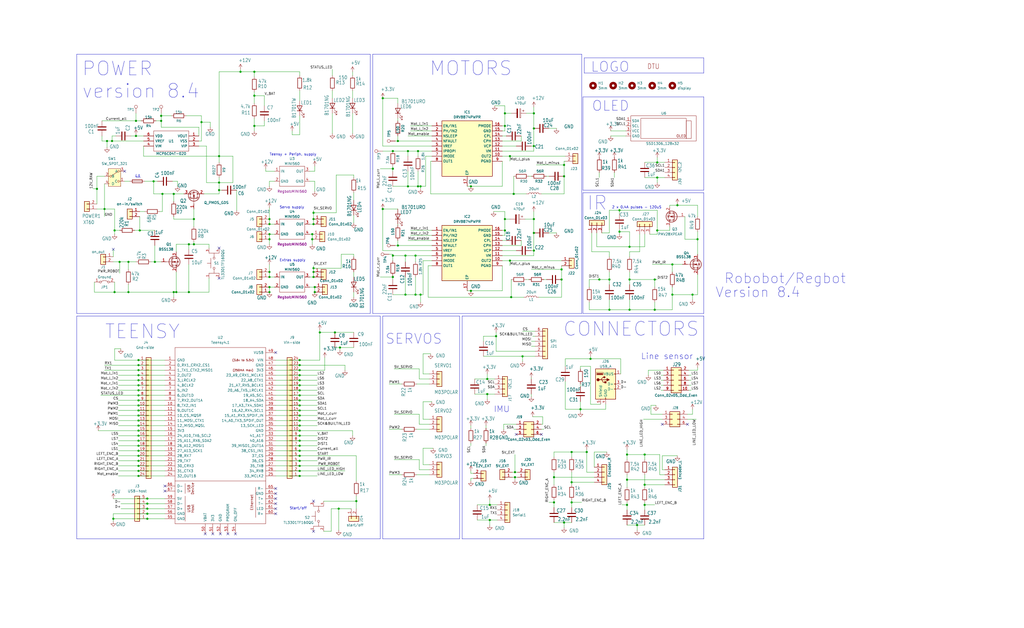
<source format=kicad_sch>
(kicad_sch (version 20230121) (generator eeschema)
  (paper "User" 516.433 316.636)
  (junction (at 69.85 196.85))
  (junction (at 279.4 253.365))
  (junction (at 259.08 97.79))
  (junction (at 135.89 118.11))
  (junction (at 331.47 81.915))
  (junction (at 69.85 207.01))
  (junction (at 325.12 229.235))
  (junction (at 69.85 240.03))
  (junction (at 317.5 140.97))
  (junction (at 245.745 191.135))
  (junction (at 74.295 259.08))
  (junction (at 74.295 254))
  (junction (at 56.515 71.12))
  (junction (at 128.27 63.5))
  (junction (at 284.48 263.525))
  (junction (at 198.12 139.7))
  (junction (at 209.55 148.59))
  (junction (at 151.13 219.71))
  (junction (at 204.47 148.59))
  (junction (at 158.115 139.7))
  (junction (at 87.63 97.79))
  (junction (at 269.24 64.77))
  (junction (at 87.63 147.32))
  (junction (at 110.49 92.075))
  (junction (at 331.47 116.205))
  (junction (at 135.89 110.49))
  (junction (at 81.28 60.96))
  (junction (at 69.85 201.93))
  (junction (at 157.48 120.65))
  (junction (at 52.705 105.41))
  (junction (at 317.5 124.46))
  (junction (at 151.13 184.15))
  (junction (at 237.49 93.98))
  (junction (at 316.23 241.935))
  (junction (at 341.63 103.505))
  (junction (at 151.13 240.03))
  (junction (at 302.26 140.97))
  (junction (at 135.89 113.03))
  (junction (at 168.91 167.64))
  (junction (at 330.2 156.21))
  (junction (at 254.635 57.15))
  (junction (at 198.12 76.2))
  (junction (at 209.55 128.905))
  (junction (at 69.85 217.17))
  (junction (at 135.89 120.65))
  (junction (at 158.115 137.16))
  (junction (at 288.29 227.965))
  (junction (at 69.85 194.31))
  (junction (at 316.23 229.235))
  (junction (at 81.915 97.79))
  (junction (at 95.25 123.19))
  (junction (at 69.85 237.49))
  (junction (at 128.27 36.195))
  (junction (at 69.85 227.33))
  (junction (at 151.13 181.61))
  (junction (at 263.525 179.705))
  (junction (at 292.735 206.375))
  (junction (at 69.85 191.77))
  (junction (at 64.77 132.08))
  (junction (at 259.715 238.125))
  (junction (at 157.48 118.11))
  (junction (at 68.58 60.96))
  (junction (at 77.47 91.44))
  (junction (at 69.85 181.61))
  (junction (at 151.13 234.95))
  (junction (at 158.115 110.49))
  (junction (at 307.34 156.21))
  (junction (at 193.04 105.41))
  (junction (at 158.115 107.315))
  (junction (at 312.42 116.84))
  (junction (at 135.89 139.7))
  (junction (at 284.48 83.185))
  (junction (at 68.58 68.58))
  (junction (at 69.85 184.15))
  (junction (at 204.47 128.905))
  (junction (at 349.25 148.59))
  (junction (at 74.295 261.62))
  (junction (at 151.13 186.69))
  (junction (at 60.325 132.08))
  (junction (at 95.25 147.32))
  (junction (at 97.79 123.19))
  (junction (at 269.24 110.49))
  (junction (at 69.85 199.39))
  (junction (at 69.85 232.41))
  (junction (at 212.09 93.98))
  (junction (at 151.13 217.17))
  (junction (at 151.13 229.87))
  (junction (at 69.85 189.23))
  (junction (at 128.27 48.26))
  (junction (at 151.13 209.55))
  (junction (at 69.85 204.47))
  (junction (at 339.09 148.59))
  (junction (at 78.105 132.08))
  (junction (at 151.13 227.33))
  (junction (at 151.13 194.31))
  (junction (at 283.21 135.89))
  (junction (at 74.295 251.46))
  (junction (at 57.785 116.205))
  (junction (at 325.12 244.475))
  (junction (at 151.13 199.39))
  (junction (at 179.705 252.73))
  (junction (at 74.295 256.54))
  (junction (at 69.85 209.55))
  (junction (at 69.85 234.95))
  (junction (at 57.785 147.32))
  (junction (at 151.13 232.41))
  (junction (at 64.77 147.32))
  (junction (at 257.175 131.445))
  (junction (at 247.015 254.635))
  (junction (at 254.635 116.205))
  (junction (at 151.13 212.09))
  (junction (at 110.49 95.885))
  (junction (at 151.13 189.23))
  (junction (at 205.74 76.2))
  (junction (at 121.285 36.195))
  (junction (at 151.13 196.85))
  (junction (at 283.21 140.97))
  (junction (at 257.175 78.74))
  (junction (at 135.89 137.16))
  (junction (at 69.85 222.25))
  (junction (at 288.29 253.365))
  (junction (at 158.115 113.03))
  (junction (at 312.42 106.045))
  (junction (at 151.13 224.79))
  (junction (at 151.13 201.93))
  (junction (at 158.75 147.32))
  (junction (at 331.47 89.535))
  (junction (at 69.85 219.71))
  (junction (at 257.81 149.86))
  (junction (at 158.115 135.255))
  (junction (at 269.24 117.475))
  (junction (at 53.975 71.12))
  (junction (at 288.29 243.205))
  (junction (at 279.4 240.665))
  (junction (at 295.91 227.965))
  (junction (at 161.29 167.64))
  (junction (at 69.85 214.63))
  (junction (at 170.815 256.54))
  (junction (at 237.49 146.685))
  (junction (at 69.85 212.09))
  (junction (at 69.85 229.87))
  (junction (at 69.85 186.69))
  (junction (at 200.66 71.12))
  (junction (at 325.12 254.635))
  (junction (at 151.13 191.77))
  (junction (at 151.13 204.47))
  (junction (at 330.2 140.97))
  (junction (at 259.715 240.665))
  (junction (at 316.23 254.635))
  (junction (at 269.24 126.365))
  (junction (at 307.34 140.97))
  (junction (at 151.13 237.49))
  (junction (at 212.09 148.59))
  (junction (at 69.85 224.79))
  (junction (at 254.635 110.49))
  (junction (at 210.82 76.2))
  (junction (at 269.24 73.66))
  (junction (at 48.895 95.25))
  (junction (at 151.13 222.25))
  (junction (at 321.31 264.795))
  (junction (at 351.79 120.65))
  (junction (at 317.5 156.21))
  (junction (at 247.015 262.255))
  (junction (at 205.74 93.98))
  (junction (at 88.9 147.32))
  (junction (at 171.45 175.26))
  (junction (at 210.82 93.98))
  (junction (at 193.04 49.53))
  (junction (at 135.89 147.32))
  (junction (at 70.485 116.205))
  (junction (at 284.48 88.9))
  (junction (at 158.75 144.78))
  (junction (at 135.89 144.78))
  (junction (at 254.635 63.5))
  (junction (at 81.28 58.42))
  (junction (at 198.12 85.09))
  (junction (at 339.09 133.35))
  (junction (at 110.49 78.74))
  (junction (at 200.66 123.825))
  (junction (at 198.12 128.905))
  (junction (at 151.13 207.01))
  (junction (at 245.745 198.755))
  (junction (at 297.815 180.975))
  (junction (at 269.24 57.15))
  (junction (at 250.19 169.545))
  (junction (at 97.79 110.49))
  (junction (at 57.15 261.62))
  (junction (at 151.13 214.63))
  (junction (at 101.6 61.595))
  (no_connect (at 110.49 140.335))
  (no_connect (at 118.745 269.24))
  (no_connect (at 139.065 251.46))
  (no_connect (at 139.065 256.54))
  (no_connect (at 139.065 254))
  (no_connect (at 139.065 246.38))
  (no_connect (at 139.065 248.92))
  (no_connect (at 346.71 213.995))
  (no_connect (at 334.01 213.995))
  (no_connect (at 114.935 269.24))
  (no_connect (at 158.115 252.73))
  (no_connect (at 57.15 125.73))
  (no_connect (at 139.065 177.8))
  (no_connect (at 110.49 125.095))
  (no_connect (at 111.125 269.24))
  (no_connect (at 158.115 267.97))
  (no_connect (at 62.865 86.36))
  (no_connect (at 260.35 219.075))
  (no_connect (at 273.05 219.075))
  (no_connect (at 107.315 269.24))
  (no_connect (at 139.065 259.08))
  (no_connect (at 83.185 245.11))
  (no_connect (at 83.185 247.65))
  (no_connect (at 103.505 269.24))
  (wire (pts (xy 267.97 135.89) (xy 283.21 135.89)))
  (wire (pts (xy 279.4 263.525) (xy 284.48 263.525)))
  (wire (pts (xy 135.89 120.65) (xy 135.89 123.19)))
  (wire (pts (xy 212.09 148.59) (xy 212.09 152.4)))
  (wire (pts (xy 110.49 78.74) (xy 117.475 78.74)))
  (wire (pts (xy 349.25 148.59) (xy 349.25 151.13)))
  (wire (pts (xy 69.85 181.61) (xy 83.185 181.61)))
  (wire (pts (xy 87.63 110.49) (xy 97.79 110.49)))
  (wire (pts (xy 297.18 156.21) (xy 307.34 156.21)))
  (wire (pts (xy 60.325 137.795) (xy 60.325 132.08)))
  (wire (pts (xy 237.49 238.76) (xy 237.49 237.49)))
  (wire (pts (xy 50.8 199.39) (xy 69.85 199.39)))
  (wire (pts (xy 59.69 209.55) (xy 69.85 209.55)))
  (wire (pts (xy 351.79 185.42) (xy 351.79 186.69)))
  (polyline (pts (xy 193.04 159.385) (xy 193.04 271.78)))
  (wire (pts (xy 69.85 224.79) (xy 83.185 224.79)))
  (wire (pts (xy 178.435 128.27) (xy 172.085 128.27)))
  (wire (pts (xy 139.065 219.71) (xy 151.13 219.71)))
  (wire (pts (xy 254 216.535) (xy 254 213.995)))
  (wire (pts (xy 57.785 147.32) (xy 64.77 147.32)))
  (wire (pts (xy 52.705 92.71) (xy 52.705 105.41)))
  (wire (pts (xy 172.085 135.255) (xy 158.115 135.255)))
  (wire (pts (xy 257.175 81.28) (xy 257.175 78.74)))
  (wire (pts (xy 102.87 97.79) (xy 110.49 97.79)))
  (wire (pts (xy 139.065 181.61) (xy 151.13 181.61)))
  (wire (pts (xy 59.69 194.31) (xy 69.85 194.31)))
  (wire (pts (xy 307.34 106.045) (xy 312.42 106.045)))
  (wire (pts (xy 151.13 201.93) (xy 160.02 201.93)))
  (wire (pts (xy 139.065 234.95) (xy 151.13 234.95)))
  (wire (pts (xy 210.185 193.675) (xy 216.535 193.675)))
  (wire (pts (xy 213.36 188.595) (xy 216.535 188.595)))
  (wire (pts (xy 128.27 63.5) (xy 133.35 63.5)))
  (wire (pts (xy 158.115 107.315) (xy 158.115 110.49)))
  (wire (pts (xy 239.395 191.135) (xy 245.745 191.135)))
  (wire (pts (xy 106.045 64.135) (xy 106.045 61.595)))
  (wire (pts (xy 316.23 264.795) (xy 321.31 264.795)))
  (wire (pts (xy 88.9 147.32) (xy 95.25 147.32)))
  (wire (pts (xy 139.065 207.01) (xy 151.13 207.01)))
  (wire (pts (xy 307.34 151.13) (xy 307.34 156.21)))
  (wire (pts (xy 325.12 244.475) (xy 335.28 244.475)))
  (wire (pts (xy 158.75 86.36) (xy 158.75 83.82)))
  (wire (pts (xy 170.815 256.54) (xy 170.815 267.335)))
  (wire (pts (xy 331.47 89.535) (xy 335.28 89.535)))
  (wire (pts (xy 177.8 217.17) (xy 177.8 219.71)))
  (wire (pts (xy 139.065 199.39) (xy 151.13 199.39)))
  (wire (pts (xy 205.74 93.98) (xy 210.82 93.98)))
  (wire (pts (xy 334.645 196.85) (xy 333.375 196.85)))
  (wire (pts (xy 70.485 109.22) (xy 70.485 116.205)))
  (wire (pts (xy 254.635 66.04) (xy 253.365 66.04)))
  (polyline (pts (xy 354.965 97.155) (xy 354.965 158.115)))
  (wire (pts (xy 309.88 86.995) (xy 309.88 89.535)))
  (wire (pts (xy 285.115 192.405) (xy 285.115 206.375)))
  (wire (pts (xy 139.065 227.33) (xy 151.13 227.33)))
  (wire (pts (xy 307.34 106.045) (xy 307.34 117.475)))
  (wire (pts (xy 269.24 117.475) (xy 269.24 126.365)))
  (wire (pts (xy 276.86 117.475) (xy 280.67 117.475)))
  (wire (pts (xy 267.97 73.66) (xy 269.24 73.66)))
  (wire (pts (xy 339.09 133.35) (xy 328.93 133.35)))
  (wire (pts (xy 250.19 177.165) (xy 269.875 177.165)))
  (wire (pts (xy 74.295 254) (xy 83.185 254)))
  (wire (pts (xy 196.215 216.535) (xy 202.565 216.535)))
  (wire (pts (xy 245.745 198.755) (xy 245.745 201.295)))
  (wire (pts (xy 156.21 118.11) (xy 157.48 118.11)))
  (wire (pts (xy 283.21 135.89) (xy 283.21 140.97)))
  (wire (pts (xy 56.515 68.58) (xy 58.42 68.58)))
  (wire (pts (xy 237.49 146.685) (xy 253.365 146.685)))
  (wire (pts (xy 284.48 81.28) (xy 284.48 83.185)))
  (wire (pts (xy 237.49 223.52) (xy 237.49 224.79)))
  (wire (pts (xy 316.23 254.635) (xy 316.23 257.175)))
  (wire (pts (xy 331.47 79.375) (xy 331.47 81.915)))
  (wire (pts (xy 331.47 106.045) (xy 331.47 116.205)))
  (wire (pts (xy 135.89 118.11) (xy 138.43 118.11)))
  (wire (pts (xy 48.895 95.25) (xy 48.895 102.87)))
  (wire (pts (xy 104.14 73.66) (xy 104.14 92.075)))
  (wire (pts (xy 139.065 201.93) (xy 151.13 201.93)))
  (wire (pts (xy 151.13 240.03) (xy 160.02 240.03)))
  (wire (pts (xy 198.12 128.905) (xy 204.47 128.905)))
  (wire (pts (xy 167.005 267.97) (xy 167.005 256.54)))
  (wire (pts (xy 56.515 71.12) (xy 72.39 71.12)))
  (wire (pts (xy 151.13 237.49) (xy 173.99 237.49)))
  (wire (pts (xy 263.525 167.005) (xy 269.875 167.005)))
  (wire (pts (xy 265.43 57.15) (xy 269.24 57.15)))
  (wire (pts (xy 171.45 175.26) (xy 171.45 176.53)))
  (wire (pts (xy 313.69 254.635) (xy 316.23 254.635)))
  (wire (pts (xy 347.345 194.31) (xy 348.615 194.31)))
  (wire (pts (xy 262.89 123.825) (xy 253.365 123.825)))
  (polyline (pts (xy 354.965 159.385) (xy 233.045 159.385)))
  (polyline (pts (xy 233.045 271.78) (xy 354.965 271.78)))
  (wire (pts (xy 334.01 229.87) (xy 334.01 236.855)))
  (wire (pts (xy 211.455 191.135) (xy 211.455 186.055)))
  (wire (pts (xy 59.69 189.23) (xy 69.85 189.23)))
  (wire (pts (xy 341.63 103.505) (xy 337.82 103.505)))
  (wire (pts (xy 59.69 222.25) (xy 69.85 222.25)))
  (wire (pts (xy 69.85 219.71) (xy 83.185 219.71)))
  (wire (pts (xy 178.435 128.27) (xy 178.435 129.54)))
  (wire (pts (xy 110.49 92.075) (xy 110.49 95.885)))
  (wire (pts (xy 254.635 118.745) (xy 253.365 118.745)))
  (wire (pts (xy 49.53 217.17) (xy 69.85 217.17)))
  (wire (pts (xy 253.365 116.205) (xy 254.635 116.205)))
  (wire (pts (xy 351.79 103.505) (xy 351.79 109.22)))
  (wire (pts (xy 292.735 184.785) (xy 292.735 186.055)))
  (wire (pts (xy 235.585 146.685) (xy 237.49 146.685)))
  (wire (pts (xy 307.975 68.58) (xy 315.595 68.58)))
  (wire (pts (xy 213.36 234.315) (xy 213.36 226.06)))
  (wire (pts (xy 209.55 148.59) (xy 209.55 139.7)))
  (wire (pts (xy 213.36 211.455) (xy 216.535 211.455)))
  (wire (pts (xy 302.26 140.335) (xy 302.26 140.97)))
  (wire (pts (xy 284.48 88.9) (xy 284.48 97.79)))
  (wire (pts (xy 274.32 140.97) (xy 275.59 140.97)))
  (wire (pts (xy 254.635 110.49) (xy 254.635 116.205)))
  (wire (pts (xy 156.21 91.44) (xy 158.75 91.44)))
  (wire (pts (xy 245.11 223.52) (xy 245.11 224.79)))
  (wire (pts (xy 312.42 116.84) (xy 312.42 118.11)))
  (wire (pts (xy 74.295 256.54) (xy 83.185 256.54)))
  (wire (pts (xy 297.815 203.835) (xy 297.815 184.785)))
  (wire (pts (xy 78.74 60.96) (xy 81.28 60.96)))
  (wire (pts (xy 279.4 238.125) (xy 279.4 240.665)))
  (wire (pts (xy 88.9 123.19) (xy 95.25 123.19)))
  (wire (pts (xy 337.82 114.3) (xy 337.82 116.205)))
  (wire (pts (xy 267.97 174.625) (xy 269.875 174.625)))
  (wire (pts (xy 69.85 184.15) (xy 83.185 184.15)))
  (wire (pts (xy 139.065 232.41) (xy 151.13 232.41)))
  (wire (pts (xy 158.115 135.255) (xy 158.115 137.16)))
  (wire (pts (xy 339.09 133.35) (xy 339.09 137.16)))
  (wire (pts (xy 334.645 194.31) (xy 333.375 194.31)))
  (wire (pts (xy 178.435 147.32) (xy 178.435 149.86)))
  (wire (pts (xy 204.47 148.59) (xy 209.55 148.59)))
  (wire (pts (xy 59.69 214.63) (xy 69.85 214.63)))
  (wire (pts (xy 213.36 211.455) (xy 213.36 202.565)))
  (polyline (pts (xy 354.965 158.115) (xy 294.005 158.115)))
  (wire (pts (xy 47.625 147.32) (xy 57.785 147.32)))
  (wire (pts (xy 157.48 120.65) (xy 157.48 123.19)))
  (wire (pts (xy 292.735 207.645) (xy 292.735 206.375)))
  (wire (pts (xy 328.295 208.915) (xy 334.01 208.915)))
  (wire (pts (xy 334.01 236.855) (xy 335.28 236.855)))
  (wire (pts (xy 269.24 53.975) (xy 269.24 57.15)))
  (wire (pts (xy 257.175 78.74) (xy 253.365 78.74)))
  (wire (pts (xy 210.82 86.36) (xy 210.82 93.98)))
  (wire (pts (xy 59.69 196.85) (xy 69.85 196.85)))
  (wire (pts (xy 198.12 93.98) (xy 205.74 93.98)))
  (wire (pts (xy 97.79 123.19) (xy 95.25 123.19)))
  (wire (pts (xy 57.785 116.205) (xy 60.325 116.205)))
  (wire (pts (xy 135.89 91.44) (xy 138.43 91.44)))
  (wire (pts (xy 317.5 127) (xy 317.5 129.54)))
  (wire (pts (xy 100.33 68.58) (xy 100.33 64.135)))
  (wire (pts (xy 139.065 196.85) (xy 151.13 196.85)))
  (wire (pts (xy 68.58 57.15) (xy 68.58 60.96)))
  (wire (pts (xy 199.39 123.825) (xy 200.66 123.825)))
  (wire (pts (xy 273.05 97.79) (xy 284.48 97.79)))
  (polyline (pts (xy 354.965 29.21) (xy 294.64 29.21)))
  (wire (pts (xy 179.705 250.19) (xy 179.705 252.73)))
  (wire (pts (xy 57.15 259.08) (xy 57.15 261.62)))
  (wire (pts (xy 204.47 132.08) (xy 204.47 128.905)))
  (wire (pts (xy 279.4 253.365) (xy 279.4 252.095)))
  (wire (pts (xy 297.815 180.975) (xy 285.115 180.975)))
  (wire (pts (xy 288.29 227.965) (xy 288.29 230.505)))
  (wire (pts (xy 303.53 117.475) (xy 307.34 117.475)))
  (wire (pts (xy 87.63 97.79) (xy 92.71 97.79)))
  (wire (pts (xy 151.13 67.945) (xy 147.32 67.945)))
  (wire (pts (xy 57.15 132.08) (xy 60.325 132.08)))
  (polyline (pts (xy 354.965 29.21) (xy 354.965 36.83)))
  (wire (pts (xy 128.27 46.355) (xy 128.27 48.26)))
  (wire (pts (xy 133.35 63.5) (xy 133.35 60.96)))
  (wire (pts (xy 312.42 106.045) (xy 312.42 107.95)))
  (wire (pts (xy 346.71 211.455) (xy 351.155 211.455)))
  (wire (pts (xy 128.27 48.26) (xy 133.35 48.26)))
  (wire (pts (xy 57.15 125.73) (xy 57.15 129.54)))
  (wire (pts (xy 139.065 214.63) (xy 151.13 214.63)))
  (wire (pts (xy 245.745 198.755) (xy 249.555 198.755)))
  (wire (pts (xy 279.4 240.665) (xy 299.72 240.665)))
  (wire (pts (xy 59.69 240.03) (xy 69.85 240.03)))
  (wire (pts (xy 168.91 167.64) (xy 178.435 167.64)))
  (wire (pts (xy 139.065 184.15) (xy 151.13 184.15)))
  (wire (pts (xy 121.285 34.925) (xy 121.285 36.195)))
  (wire (pts (xy 217.17 97.79) (xy 259.08 97.79)))
  (wire (pts (xy 196.215 128.27) (xy 198.12 128.27)))
  (wire (pts (xy 156.21 144.78) (xy 158.75 144.78)))
  (wire (pts (xy 307.34 156.21) (xy 317.5 156.21)))
  (wire (pts (xy 81.28 64.135) (xy 81.28 60.96)))
  (wire (pts (xy 57.15 261.62) (xy 57.15 262.89)))
  (polyline (pts (xy 38.735 271.78) (xy 191.77 271.78)))
  (wire (pts (xy 210.185 216.535) (xy 216.535 216.535)))
  (wire (pts (xy 200.66 113.03) (xy 200.66 113.665)))
  (wire (pts (xy 74.295 251.46) (xy 83.185 251.46)))
  (wire (pts (xy 68.58 68.58) (xy 72.39 68.58)))
  (polyline (pts (xy 187.96 27.305) (xy 187.96 158.115)))
  (wire (pts (xy 66.04 68.58) (xy 68.58 68.58)))
  (wire (pts (xy 151.13 194.31) (xy 160.02 194.31)))
  (wire (pts (xy 211.455 231.775) (xy 198.755 231.775)))
  (wire (pts (xy 211.455 213.995) (xy 211.455 208.915)))
  (wire (pts (xy 60.96 254) (xy 74.295 254)))
  (wire (pts (xy 69.85 209.55) (xy 83.185 209.55)))
  (wire (pts (xy 334.01 211.455) (xy 324.485 211.455)))
  (wire (pts (xy 72.39 78.74) (xy 110.49 78.74)))
  (wire (pts (xy 316.23 239.395) (xy 316.23 241.935)))
  (wire (pts (xy 253.365 81.28) (xy 253.365 93.98)))
  (wire (pts (xy 59.69 201.93) (xy 69.85 201.93)))
  (wire (pts (xy 70.485 116.205) (xy 78.105 116.205)))
  (wire (pts (xy 139.065 237.49) (xy 151.13 237.49)))
  (wire (pts (xy 259.715 229.235) (xy 259.715 238.125)))
  (polyline (pts (xy 186.69 158.115) (xy 186.69 27.305)))
  (wire (pts (xy 64.77 132.08) (xy 64.77 135.89)))
  (wire (pts (xy 213.36 202.565) (xy 217.805 202.565)))
  (wire (pts (xy 332.74 239.395) (xy 332.74 229.235)))
  (wire (pts (xy 100.33 64.135) (xy 81.28 64.135)))
  (wire (pts (xy 57.785 142.24) (xy 57.785 147.32)))
  (wire (pts (xy 69.85 191.77) (xy 83.185 191.77)))
  (wire (pts (xy 147.32 67.945) (xy 147.32 66.04)))
  (wire (pts (xy 200.66 49.53) (xy 200.66 52.07)))
  (wire (pts (xy 351.79 148.59) (xy 349.25 148.59)))
  (wire (pts (xy 199.39 71.12) (xy 200.66 71.12)))
  (wire (pts (xy 257.81 140.97) (xy 257.81 149.86)))
  (wire (pts (xy 288.29 243.205) (xy 288.29 244.475)))
  (wire (pts (xy 306.07 227.965) (xy 299.72 227.965)))
  (wire (pts (xy 135.89 137.16) (xy 135.89 139.7)))
  (wire (pts (xy 73.025 91.44) (xy 77.47 91.44)))
  (wire (pts (xy 285.115 206.375) (xy 292.735 206.375)))
  (wire (pts (xy 167.64 45.72) (xy 167.64 49.53)))
  (wire (pts (xy 307.975 66.04) (xy 315.595 66.04)))
  (wire (pts (xy 163.195 267.97) (xy 167.005 267.97)))
  (wire (pts (xy 253.365 133.985) (xy 253.365 146.685)))
  (wire (pts (xy 47.625 142.24) (xy 47.625 147.32)))
  (wire (pts (xy 312.42 115.57) (xy 312.42 116.84)))
  (wire (pts (xy 331.47 118.11) (xy 327.66 118.11)))
  (wire (pts (xy 279.4 240.665) (xy 279.4 244.475)))
  (wire (pts (xy 209.55 128.905) (xy 217.805 128.905)))
  (wire (pts (xy 64.77 147.32) (xy 87.63 147.32)))
  (wire (pts (xy 211.455 208.915) (xy 198.755 208.915)))
  (wire (pts (xy 135.89 144.78) (xy 138.43 144.78)))
  (wire (pts (xy 260.985 240.665) (xy 259.715 240.665)))
  (wire (pts (xy 276.86 64.77) (xy 280.67 64.77)))
  (wire (pts (xy 69.85 234.95) (xy 83.185 234.95)))
  (wire (pts (xy 317.5 156.21) (xy 330.2 156.21)))
  (wire (pts (xy 121.285 36.195) (xy 128.27 36.195)))
  (wire (pts (xy 328.295 204.47) (xy 328.295 208.915)))
  (wire (pts (xy 325.12 229.235) (xy 332.74 229.235)))
  (polyline (pts (xy 187.96 158.115) (xy 293.37 158.115)))
  (polyline (pts (xy 294.005 95.885) (xy 354.965 95.885)))
  (wire (pts (xy 110.49 36.195) (xy 110.49 78.74)))
  (wire (pts (xy 139.065 240.03) (xy 151.13 240.03)))
  (polyline (pts (xy 233.045 159.385) (xy 233.045 271.78)))
  (wire (pts (xy 337.82 103.505) (xy 337.82 104.14)))
  (wire (pts (xy 59.69 207.01) (xy 69.85 207.01)))
  (wire (pts (xy 70.485 106.68) (xy 73.025 106.68)))
  (wire (pts (xy 177.8 45.72) (xy 177.8 49.53)))
  (wire (pts (xy 97.79 121.92) (xy 97.79 123.19)))
  (wire (pts (xy 169.545 107.315) (xy 158.115 107.315)))
  (wire (pts (xy 253.365 73.66) (xy 260.35 73.66)))
  (wire (pts (xy 245.11 214.63) (xy 245.11 215.9)))
  (wire (pts (xy 212.09 95.25) (xy 212.09 93.98)))
  (wire (pts (xy 316.23 254.635) (xy 316.23 253.365)))
  (wire (pts (xy 248.92 106.68) (xy 254.635 106.68)))
  (wire (pts (xy 217.805 123.825) (xy 200.66 123.825)))
  (wire (pts (xy 57.15 251.46) (xy 74.295 251.46)))
  (wire (pts (xy 88.9 127) (xy 88.9 123.19)))
  (wire (pts (xy 273.05 216.535) (xy 274.32 216.535)))
  (wire (pts (xy 69.85 222.25) (xy 83.185 222.25)))
  (wire (pts (xy 59.69 219.71) (xy 69.85 219.71)))
  (wire (pts (xy 52.705 186.69) (xy 69.85 186.69)))
  (wire (pts (xy 59.69 234.95) (xy 69.85 234.95)))
  (wire (pts (xy 300.99 117.475) (xy 300.99 124.46)))
  (wire (pts (xy 151.13 212.09) (xy 160.02 212.09)))
  (wire (pts (xy 288.29 238.125) (xy 288.29 243.205)))
  (wire (pts (xy 295.91 238.125) (xy 295.91 227.965)))
  (wire (pts (xy 151.13 196.85) (xy 160.02 196.85)))
  (wire (pts (xy 263.525 179.705) (xy 269.875 179.705)))
  (wire (pts (xy 321.31 264.795) (xy 321.31 267.335)))
  (wire (pts (xy 253.365 68.58) (xy 255.27 68.58)))
  (wire (pts (xy 163.195 252.73) (xy 179.705 252.73)))
  (wire (pts (xy 211.455 186.055) (xy 198.755 186.055)))
  (wire (pts (xy 135.89 144.78) (xy 135.89 147.32)))
  (wire (pts (xy 250.19 167.64) (xy 250.19 169.545)))
  (wire (pts (xy 351.79 186.69) (xy 347.345 186.69)))
  (wire (pts (xy 69.85 196.85) (xy 83.185 196.85)))
  (wire (pts (xy 158.115 133.985) (xy 158.115 135.255)))
  (wire (pts (xy 139.065 209.55) (xy 151.13 209.55)))
  (wire (pts (xy 247.015 252.095) (xy 247.015 254.635)))
  (wire (pts (xy 89.535 91.44) (xy 89.535 93.98)))
  (wire (pts (xy 52.705 105.41) (xy 57.785 105.41)))
  (wire (pts (xy 48.895 88.9) (xy 48.895 95.25)))
  (wire (pts (xy 81.28 58.42) (xy 81.28 60.96)))
  (wire (pts (xy 351.79 148.59) (xy 351.79 138.43)))
  (polyline (pts (xy 354.965 48.895) (xy 354.965 95.885)))
  (polyline (pts (xy 38.735 27.305) (xy 38.735 158.115)))
  (wire (pts (xy 196.215 193.675) (xy 202.565 193.675)))
  (wire (pts (xy 69.85 232.41) (xy 83.185 232.41)))
  (wire (pts (xy 257.175 78.74) (xy 285.115 78.74)))
  (wire (pts (xy 77.47 91.44) (xy 77.47 97.79)))
  (wire (pts (xy 207.01 118.745) (xy 217.805 118.745)))
  (wire (pts (xy 158.75 144.78) (xy 158.75 147.32)))
  (wire (pts (xy 279.4 227.965) (xy 288.29 227.965)))
  (wire (pts (xy 135.89 133.35) (xy 135.89 137.16)))
  (wire (pts (xy 205.74 121.285) (xy 217.805 121.285)))
  (wire (pts (xy 135.89 139.7) (xy 138.43 139.7)))
  (wire (pts (xy 69.85 194.31) (xy 83.185 194.31)))
  (wire (pts (xy 110.49 78.74) (xy 110.49 81.915)))
  (wire (pts (xy 213.36 226.06) (xy 218.44 226.06)))
  (wire (pts (xy 72.39 73.66) (xy 72.39 78.74)))
  (wire (pts (xy 167.64 34.925) (xy 167.64 38.1)))
  (wire (pts (xy 178.435 97.155) (xy 178.435 100.965)))
  (wire (pts (xy 151.13 45.72) (xy 151.13 50.8)))
  (wire (pts (xy 245.745 188.595) (xy 245.745 191.135)))
  (wire (pts (xy 297.815 179.705) (xy 297.815 180.975)))
  (wire (pts (xy 128.27 48.26) (xy 128.27 52.07)))
  (polyline (pts (xy 191.77 159.385) (xy 38.735 159.385)))
  (wire (pts (xy 327.025 186.69) (xy 327.025 189.23)))
  (wire (pts (xy 151.13 209.55) (xy 160.02 209.55)))
  (wire (pts (xy 64.77 143.51) (xy 64.77 147.32)))
  (wire (pts (xy 257.81 57.15) (xy 254.635 57.15)))
  (wire (pts (xy 325.12 254.635) (xy 330.2 254.635)))
  (wire (pts (xy 69.85 204.47) (xy 83.185 204.47)))
  (wire (pts (xy 264.795 110.49) (xy 269.24 110.49)))
  (wire (pts (xy 258.445 240.665) (xy 259.715 240.665)))
  (wire (pts (xy 262.89 71.12) (xy 253.365 71.12)))
  (wire (pts (xy 151.13 227.33) (xy 160.02 227.33)))
  (wire (pts (xy 347.345 191.77) (xy 348.615 191.77)))
  (polyline (pts (xy 294.005 97.155) (xy 294.005 158.115)))
  (wire (pts (xy 128.27 59.69) (xy 128.27 63.5)))
  (wire (pts (xy 56.515 68.58) (xy 56.515 71.12)))
  (wire (pts (xy 245.745 191.135) (xy 249.555 191.135)))
  (wire (pts (xy 95.25 133.35) (xy 95.25 147.32)))
  (wire (pts (xy 213.36 234.315) (xy 216.535 234.315)))
  (wire (pts (xy 257.175 133.985) (xy 257.175 131.445)))
  (wire (pts (xy 53.975 71.12) (xy 53.975 74.295)))
  (wire (pts (xy 151.13 186.69) (xy 163.83 186.69)))
  (wire (pts (xy 110.49 95.885) (xy 110.49 97.79)))
  (wire (pts (xy 267.97 172.085) (xy 269.875 172.085)))
  (wire (pts (xy 59.69 212.09) (xy 69.85 212.09)))
  (wire (pts (xy 335.28 239.395) (xy 332.74 239.395)))
  (wire (pts (xy 265.43 140.97) (xy 266.7 140.97)))
  (wire (pts (xy 178.435 88.265) (xy 169.545 88.265)))
  (wire (pts (xy 250.19 177.165) (xy 250.19 169.545)))
  (wire (pts (xy 161.29 166.37) (xy 161.29 167.64)))
  (wire (pts (xy 334.645 186.69) (xy 327.025 186.69)))
  (wire (pts (xy 57.785 181.61) (xy 57.785 175.895)))
  (polyline (pts (xy 231.775 159.385) (xy 231.775 271.78)))
  (wire (pts (xy 128.27 63.5) (xy 128.27 66.04)))
  (wire (pts (xy 295.91 227.965) (xy 295.91 226.695)))
  (wire (pts (xy 247.015 254.635) (xy 250.825 254.635)))
  (wire (pts (xy 317.5 143.51) (xy 317.5 140.97)))
  (wire (pts (xy 135.89 91.44) (xy 135.89 93.98)))
  (wire (pts (xy 161.29 167.64) (xy 161.29 181.61)))
  (wire (pts (xy 110.49 92.075) (xy 117.475 92.075)))
  (wire (pts (xy 200.66 71.12) (xy 200.66 68.58)))
  (wire (pts (xy 53.975 71.12) (xy 56.515 71.12)))
  (wire (pts (xy 254.635 53.34) (xy 254.635 57.15)))
  (wire (pts (xy 260.35 216.535) (xy 259.08 216.535)))
  (wire (pts (xy 191.77 85.09) (xy 198.12 85.09)))
  (wire (pts (xy 349.25 208.915) (xy 349.25 206.375)))
  (wire (pts (xy 217.805 126.365) (xy 193.04 126.365)))
  (wire (pts (xy 178.435 137.16) (xy 178.435 139.7)))
  (wire (pts (xy 179.705 229.87) (xy 179.705 242.57)))
  (wire (pts (xy 87.63 97.79) (xy 87.63 101.6)))
  (wire (pts (xy 269.875 169.545) (xy 268.605 169.545)))
  (wire (pts (xy 198.12 128.905) (xy 198.12 131.445)))
  (polyline (pts (xy 193.04 271.78) (xy 231.775 271.78)))
  (wire (pts (xy 325.12 254.635) (xy 325.12 257.175)))
  (wire (pts (xy 339.09 133.35) (xy 344.17 133.35)))
  (wire (pts (xy 67.945 116.205) (xy 70.485 116.205)))
  (wire (pts (xy 288.29 253.365) (xy 288.29 252.095)))
  (polyline (pts (xy 293.37 27.305) (xy 187.96 27.305)))
  (wire (pts (xy 316.23 229.235) (xy 316.23 226.695)))
  (wire (pts (xy 247.015 262.255) (xy 247.015 264.795)))
  (wire (pts (xy 213.36 188.595) (xy 213.36 178.435)))
  (wire (pts (xy 214.63 78.74) (xy 217.805 78.74)))
  (wire (pts (xy 209.55 148.59) (xy 212.09 148.59)))
  (wire (pts (xy 302.895 203.835) (xy 297.815 203.835)))
  (wire (pts (xy 151.13 222.25) (xy 160.02 222.25)))
  (wire (pts (xy 68.58 60.96) (xy 71.12 60.96)))
  (wire (pts (xy 128.27 36.195) (xy 128.27 38.735)))
  (wire (pts (xy 259.08 88.9) (xy 259.08 97.79)))
  (wire (pts (xy 267.97 190.5) (xy 267.97 191.135)))
  (wire (pts (xy 59.69 224.79) (xy 69.85 224.79)))
  (wire (pts (xy 207.01 116.205) (xy 217.805 116.205)))
  (wire (pts (xy 133.985 86.36) (xy 138.43 86.36)))
  (wire (pts (xy 347.345 189.23) (xy 348.615 189.23)))
  (wire (pts (xy 158.115 106.045) (xy 158.115 107.315)))
  (wire (pts (xy 110.49 95.885) (xy 111.76 95.885)))
  (wire (pts (xy 307.34 137.16) (xy 307.34 140.97)))
  (wire (pts (xy 313.055 180.975) (xy 297.815 180.975)))
  (wire (pts (xy 169.545 88.265) (xy 169.545 107.315)))
  (wire (pts (xy 325.12 239.395) (xy 325.12 244.475)))
  (wire (pts (xy 69.85 189.23) (xy 83.185 189.23)))
  (wire (pts (xy 325.12 244.475) (xy 325.12 245.745)))
  (wire (pts (xy 292.735 206.375) (xy 292.735 202.565)))
  (wire (pts (xy 74.295 259.08) (xy 83.185 259.08)))
  (wire (pts (xy 178.435 108.585) (xy 178.435 112.395)))
  (wire (pts (xy 60.96 256.54) (xy 74.295 256.54)))
  (wire (pts (xy 198.12 83.82) (xy 198.12 85.09)))
  (wire (pts (xy 69.85 199.39) (xy 83.185 199.39)))
  (wire (pts (xy 316.23 231.775) (xy 316.23 229.235)))
  (wire (pts (xy 57.15 261.62) (xy 74.295 261.62)))
  (wire (pts (xy 254 213.995) (xy 260.35 213.995)))
  (wire (pts (xy 51.435 68.58) (xy 51.435 71.12)))
  (wire (pts (xy 257.175 131.445) (xy 283.21 131.445)))
  (wire (pts (xy 339.09 156.21) (xy 330.2 156.21)))
  (polyline (pts (xy 191.77 159.385) (xy 191.77 271.78)))
  (wire (pts (xy 80.645 106.68) (xy 81.915 106.68)))
  (wire (pts (xy 266.7 88.9) (xy 267.97 88.9)))
  (wire (pts (xy 88.9 147.32) (xy 88.9 137.16)))
  (wire (pts (xy 339.09 144.78) (xy 339.09 148.59)))
  (wire (pts (xy 78.105 123.825) (xy 78.105 132.08)))
  (wire (pts (xy 288.29 253.365) (xy 288.29 255.905)))
  (wire (pts (xy 217.805 73.66) (xy 193.04 73.66)))
  (wire (pts (xy 100.33 73.66) (xy 104.14 73.66)))
  (wire (pts (xy 257.81 149.86) (xy 264.16 149.86)))
  (wire (pts (xy 317.5 140.97) (xy 330.2 140.97)))
  (wire (pts (xy 307.34 127) (xy 307.34 129.54)))
  (wire (pts (xy 330.2 140.97) (xy 330.2 144.78)))
  (wire (pts (xy 273.685 213.995) (xy 273.685 210.185)))
  (wire (pts (xy 151.13 234.95) (xy 171.45 234.95)))
  (wire (pts (xy 62.865 91.44) (xy 65.405 91.44)))
  (wire (pts (xy 210.185 239.395) (xy 216.535 239.395)))
  (wire (pts (xy 235.585 93.98) (xy 237.49 93.98)))
  (wire (pts (xy 285.115 81.28) (xy 284.48 81.28)))
  (wire (pts (xy 60.325 132.08) (xy 64.77 132.08)))
  (wire (pts (xy 177.8 67.31) (xy 177.8 57.15)))
  (wire (pts (xy 267.97 198.755) (xy 267.97 200.025)))
  (wire (pts (xy 46.99 95.25) (xy 48.895 95.25)))
  (wire (pts (xy 198.12 86.36) (xy 198.12 85.09)))
  (wire (pts (xy 213.36 148.59) (xy 212.09 148.59)))
  (wire (pts (xy 216.535 236.855) (xy 211.455 236.855)))
  (wire (pts (xy 81.28 58.42) (xy 86.36 58.42)))
  (wire (pts (xy 135.89 118.11) (xy 135.89 120.65)))
  (wire (pts (xy 163.83 186.69) (xy 163.83 180.34)))
  (wire (pts (xy 151.13 217.17) (xy 177.8 217.17)))
  (wire (pts (xy 57.785 181.61) (xy 69.85 181.61)))
  (wire (pts (xy 97.79 105.41) (xy 97.79 110.49)))
  (wire (pts (xy 97.79 110.49) (xy 97.79 114.3)))
  (wire (pts (xy 193.04 49.53) (xy 193.04 73.66)))
  (wire (pts (xy 269.24 110.49) (xy 269.24 117.475)))
  (wire (pts (xy 284.48 83.185) (xy 284.48 88.9)))
  (wire (pts (xy 139.065 189.23) (xy 151.13 189.23)))
  (wire (pts (xy 325.12 89.535) (xy 331.47 89.535)))
  (wire (pts (xy 316.23 241.935) (xy 335.28 241.935)))
  (wire (pts (xy 269.24 126.365) (xy 269.24 128.905)))
  (wire (pts (xy 139.065 222.25) (xy 151.13 222.25)))
  (wire (pts (xy 253.365 126.365) (xy 260.35 126.365)))
  (wire (pts (xy 307.34 143.51) (xy 307.34 140.97)))
  (wire (pts (xy 210.82 76.2) (xy 210.82 78.74)))
  (wire (pts (xy 258.445 238.125) (xy 259.715 238.125)))
  (wire (pts (xy 69.85 229.87) (xy 83.185 229.87)))
  (wire (pts (xy 177.8 36.195) (xy 177.8 38.1)))
  (wire (pts (xy 81.28 57.15) (xy 81.28 58.42)))
  (wire (pts (xy 259.08 97.79) (xy 265.43 97.79)))
  (wire (pts (xy 313.055 188.595) (xy 313.055 180.975)))
  (wire (pts (xy 262.89 68.58) (xy 262.89 71.12)))
  (wire (pts (xy 312.42 116.84) (xy 317.5 116.84)))
  (wire (pts (xy 339.09 148.59) (xy 339.09 156.21)))
  (wire (pts (xy 198.12 76.2) (xy 205.74 76.2)))
  (polyline (pts (xy 38.735 158.115) (xy 186.69 158.115)))
  (wire (pts (xy 215.9 133.985) (xy 217.805 133.985)))
  (wire (pts (xy 270.51 83.185) (xy 284.48 83.185)))
  (wire (pts (xy 157.48 118.11) (xy 157.48 120.65)))
  (wire (pts (xy 151.13 58.42) (xy 151.13 67.945)))
  (polyline (pts (xy 294.64 29.21) (xy 294.64 36.83)))
  (wire (pts (xy 158.115 137.16) (xy 158.115 139.7)))
  (wire (pts (xy 330.2 140.97) (xy 331.47 140.97)))
  (wire (pts (xy 257.175 110.49) (xy 254.635 110.49)))
  (wire (pts (xy 158.115 110.49) (xy 158.115 113.03)))
  (wire (pts (xy 217.805 71.12) (xy 200.66 71.12)))
  (wire (pts (xy 167.005 256.54) (xy 170.815 256.54)))
  (wire (pts (xy 210.82 76.2) (xy 217.805 76.2)))
  (wire (pts (xy 77.47 91.44) (xy 79.375 91.44)))
  (wire (pts (xy 87.63 109.22) (xy 87.63 110.49)))
  (wire (pts (xy 273.685 210.185) (xy 268.605 210.185)))
  (wire (pts (xy 345.44 120.65) (xy 351.79 120.65)))
  (wire (pts (xy 254.635 57.15) (xy 254.635 63.5)))
  (wire (pts (xy 316.23 241.935) (xy 316.23 245.745)))
  (wire (pts (xy 78.105 132.08) (xy 81.28 132.08)))
  (wire (pts (xy 297.18 152.4) (xy 297.18 156.21)))
  (wire (pts (xy 254.635 116.205) (xy 254.635 118.745)))
  (wire (pts (xy 317.5 116.84) (xy 317.5 124.46)))
  (wire (pts (xy 284.48 263.525) (xy 284.48 266.065)))
  (wire (pts (xy 51.435 71.12) (xy 53.975 71.12)))
  (wire (pts (xy 151.13 232.41) (xy 160.02 232.41)))
  (wire (pts (xy 81.915 97.79) (xy 87.63 97.79)))
  (wire (pts (xy 179.705 252.73) (xy 179.705 256.54)))
  (wire (pts (xy 298.45 127) (xy 298.45 117.475)))
  (wire (pts (xy 247.015 262.255) (xy 250.825 262.255)))
  (wire (pts (xy 204.47 139.7) (xy 204.47 148.59)))
  (wire (pts (xy 69.85 214.63) (xy 83.185 214.63)))
  (wire (pts (xy 139.065 204.47) (xy 151.13 204.47)))
  (wire (pts (xy 217.17 81.28) (xy 217.17 97.79)))
  (wire (pts (xy 139.065 224.79) (xy 151.13 224.79)))
  (wire (pts (xy 128.27 36.195) (xy 151.13 36.195)))
  (wire (pts (xy 297.815 184.785) (xy 292.735 184.785)))
  (wire (pts (xy 77.47 97.79) (xy 81.915 97.79)))
  (wire (pts (xy 299.72 227.965) (xy 299.72 235.585)))
  (polyline (pts (xy 293.37 158.115) (xy 293.37 27.305)))
  (wire (pts (xy 139.065 186.69) (xy 151.13 186.69)))
  (wire (pts (xy 269.24 73.66) (xy 269.24 76.2)))
  (wire (pts (xy 193.04 105.41) (xy 200.66 105.41)))
  (wire (pts (xy 69.85 237.49) (xy 83.185 237.49)))
  (wire (pts (xy 288.29 227.965) (xy 295.91 227.965)))
  (wire (pts (xy 305.435 203.835) (xy 305.435 206.375)))
  (wire (pts (xy 59.69 229.87) (xy 69.85 229.87)))
  (wire (pts (xy 151.13 36.195) (xy 151.13 38.1)))
  (wire (pts (xy 59.69 232.41) (xy 69.85 232.41)))
  (wire (pts (xy 259.715 240.665) (xy 259.715 241.935)))
  (wire (pts (xy 341.63 229.87) (xy 334.01 229.87)))
  (wire (pts (xy 325.12 254.635) (xy 325.12 253.365)))
  (wire (pts (xy 106.045 61.595) (xy 101.6 61.595)))
  (wire (pts (xy 101.6 61.595) (xy 101.6 58.42)))
  (wire (pts (xy 276.86 253.365) (xy 279.4 253.365)))
  (wire (pts (xy 243.84 169.545) (xy 250.19 169.545)))
  (wire (pts (xy 325.12 124.46) (xy 325.12 118.11)))
  (wire (pts (xy 302.26 86.995) (xy 302.26 89.535)))
  (wire (pts (xy 95.25 123.19) (xy 95.25 125.73)))
  (wire (pts (xy 240.665 254.635) (xy 247.015 254.635)))
  (wire (pts (xy 178.435 88.265) (xy 178.435 89.535)))
  (wire (pts (xy 334.645 189.23) (xy 333.375 189.23)))
  (wire (pts (xy 288.29 243.205) (xy 299.72 243.205)))
  (wire (pts (xy 105.41 147.32) (xy 95.25 147.32)))
  (polyline (pts (xy 231.775 159.385) (xy 193.04 159.385)))
  (wire (pts (xy 292.735 193.675) (xy 292.735 194.945)))
  (wire (pts (xy 302.26 140.97) (xy 297.18 140.97)))
  (wire (pts (xy 331.47 89.535) (xy 331.47 92.075)))
  (wire (pts (xy 135.89 104.775) (xy 135.89 110.49)))
  (wire (pts (xy 133.35 53.34) (xy 133.35 48.26)))
  (polyline (pts (xy 354.965 271.78) (xy 354.965 159.385)))
  (wire (pts (xy 51.435 60.96) (xy 68.58 60.96)))
  (wire (pts (xy 151.13 181.61) (xy 161.29 181.61)))
  (wire (pts (xy 48.895 105.41) (xy 52.705 105.41)))
  (wire (pts (xy 200.66 123.825) (xy 200.66 121.285)))
  (wire (pts (xy 254.635 106.68) (xy 254.635 110.49)))
  (wire (pts (xy 104.14 92.075) (xy 110.49 92.075)))
  (wire (pts (xy 321.31 264.795) (xy 325.12 264.795)))
  (wire (pts (xy 279.4 253.365) (xy 279.4 255.905)))
  (wire (pts (xy 346.71 208.915) (xy 349.25 208.915)))
  (wire (pts (xy 317.5 156.21) (xy 317.5 151.13)))
  (wire (pts (xy 307.34 127) (xy 298.45 127)))
  (wire (pts (xy 297.18 140.97) (xy 297.18 144.78)))
  (wire (pts (xy 205.74 76.2) (xy 210.82 76.2)))
  (wire (pts (xy 167.64 57.15) (xy 167.64 67.31)))
  (wire (pts (xy 243.84 169.545) (xy 243.84 172.085)))
  (wire (pts (xy 288.29 253.365) (xy 293.37 253.365)))
  (wire (pts (xy 205.74 68.58) (xy 217.805 68.58)))
  (wire (pts (xy 325.12 81.915) (xy 331.47 81.915)))
  (wire (pts (xy 81.915 106.68) (xy 81.915 97.79)))
  (wire (pts (xy 151.13 224.79) (xy 160.02 224.79)))
  (polyline (pts (xy 186.69 27.305) (xy 38.735 27.305)))
  (wire (pts (xy 330.2 152.4) (xy 330.2 156.21)))
  (wire (pts (xy 273.05 213.995) (xy 273.685 213.995)))
  (wire (pts (xy 269.24 128.905) (xy 253.365 128.905)))
  (wire (pts (xy 198.12 148.59) (xy 204.47 148.59)))
  (wire (pts (xy 347.345 196.85) (xy 348.615 196.85)))
  (polyline (pts (xy 38.735 159.385) (xy 38.735 271.78)))
  (wire (pts (xy 198.12 139.7) (xy 198.12 140.97)))
  (wire (pts (xy 209.55 128.905) (xy 209.55 132.08)))
  (wire (pts (xy 173.99 184.15) (xy 173.99 186.69)))
  (wire (pts (xy 216.535 191.135) (xy 211.455 191.135)))
  (wire (pts (xy 262.89 121.285) (xy 262.89 123.825)))
  (wire (pts (xy 59.69 237.49) (xy 69.85 237.49)))
  (wire (pts (xy 205.74 86.36) (xy 205.74 93.98)))
  (wire (pts (xy 151.13 199.39) (xy 160.02 199.39)))
  (wire (pts (xy 57.785 175.895) (xy 60.96 175.895)))
  (wire (pts (xy 52.705 184.15) (xy 69.85 184.15)))
  (wire (pts (xy 151.13 204.47) (xy 160.02 204.47)))
  (wire (pts (xy 193.04 76.2) (xy 198.12 76.2)))
  (wire (pts (xy 213.36 178.435) (xy 217.17 178.435)))
  (wire (pts (xy 331.47 118.11) (xy 331.47 116.205)))
  (wire (pts (xy 322.58 127) (xy 322.58 118.11)))
  (wire (pts (xy 59.69 191.77) (xy 69.85 191.77)))
  (wire (pts (xy 69.85 207.01) (xy 83.185 207.01)))
  (wire (pts (xy 69.85 186.69) (xy 83.185 186.69)))
  (wire (pts (xy 295.91 238.125) (xy 299.72 238.125)))
  (wire (pts (xy 351.79 116.84) (xy 351.79 120.65)))
  (wire (pts (xy 74.295 261.62) (xy 83.185 261.62)))
  (wire (pts (xy 316.23 229.235) (xy 325.12 229.235)))
  (wire (pts (xy 307.34 140.97) (xy 302.26 140.97)))
  (wire (pts (xy 57.15 259.08) (xy 74.295 259.08)))
  (wire (pts (xy 215.9 149.86) (xy 257.81 149.86)))
  (wire (pts (xy 52.705 109.22) (xy 52.705 105.41)))
  (polyline (pts (xy 294.005 48.895) (xy 294.005 95.885)))
  (wire (pts (xy 351.79 103.505) (xy 341.63 103.505)))
  (wire (pts (xy 139.065 194.31) (xy 151.13 194.31)))
  (wire (pts (xy 133.985 85.09) (xy 133.985 86.36)))
  (wire (pts (xy 253.365 121.285) (xy 255.27 121.285)))
  (wire (pts (xy 253.365 131.445) (xy 257.175 131.445)))
  (wire (pts (xy 193.04 105.41) (xy 193.04 126.365)))
  (wire (pts (xy 86.995 91.44) (xy 89.535 91.44)))
  (wire (pts (xy 239.395 198.755) (xy 245.745 198.755)))
  (wire (pts (xy 105.41 123.19) (xy 97.79 123.19)))
  (wire (pts (xy 161.29 167.64) (xy 168.91 167.64)))
  (wire (pts (xy 151.13 219.71) (xy 160.02 219.71)))
  (wire (pts (xy 198.12 139.065) (xy 198.12 139.7)))
  (wire (pts (xy 69.85 217.17) (xy 83.185 217.17)))
  (wire (pts (xy 328.295 204.47) (xy 330.835 204.47)))
  (wire (pts (xy 139.065 217.17) (xy 151.13 217.17)))
  (wire (pts (xy 237.49 93.98) (xy 253.365 93.98)))
  (wire (pts (xy 59.69 227.33) (xy 69.85 227.33)))
  (wire (pts (xy 283.21 140.97) (xy 283.21 149.86)))
  (wire (pts (xy 259.715 238.125) (xy 260.985 238.125)))
  (wire (pts (xy 200.66 59.69) (xy 200.66 60.96)))
  (wire (pts (xy 339.09 148.59) (xy 349.25 148.59)))
  (wire (pts (xy 204.47 128.905) (xy 209.55 128.905)))
  (wire (pts (xy 263.525 179.705) (xy 263.525 182.245)))
  (wire (pts (xy 271.78 149.86) (xy 283.21 149.86)))
  (wire (pts (xy 105.41 140.335) (xy 105.41 147.32)))
  (wire (pts (xy 345.44 109.22) (xy 345.44 120.65)))
  (wire (pts (xy 191.77 139.7) (xy 198.12 139.7)))
  (wire (pts (xy 110.49 36.195) (xy 121.285 36.195)))
  (wire (pts (xy 156.21 86.36) (xy 158.75 86.36)))
  (wire (pts (xy 198.12 128.27) (xy 198.12 128.905)))
  (wire (pts (xy 267.97 126.365) (xy 269.24 126.365)))
  (wire (pts (xy 139.065 212.09) (xy 151.13 212.09)))
  (wire (pts (xy 253.365 63.5) (xy 254.635 63.5)))
  (wire (pts (xy 216.535 213.995) (xy 211.455 213.995)))
  (wire (pts (xy 240.665 262.255) (xy 247.015 262.255)))
  (wire (pts (xy 337.82 116.205) (xy 331.47 116.205)))
  (wire (pts (xy 215.9 133.985) (xy 215.9 149.86)))
  (wire (pts (xy 269.24 64.77) (xy 269.24 73.66)))
  (wire (pts (xy 151.13 229.87) (xy 179.705 229.87)))
  (wire (pts (xy 269.24 106.68) (xy 269.24 110.49)))
  (wire (pts (xy 151.13 207.01) (xy 160.02 207.01)))
  (wire (pts (xy 170.815 256.54) (xy 177.165 256.54)))
  (wire (pts (xy 300.99 124.46) (xy 317.5 124.46)))
  (wire (pts (xy 69.85 212.09) (xy 83.185 212.09)))
  (wire (pts (xy 207.01 63.5) (xy 217.805 63.5)))
  (wire (pts (xy 151.13 214.63) (xy 160.02 214.63)))
  (wire (pts (xy 214.63 93.98) (xy 212.09 93.98)))
  (polyline (pts (xy 294.005 97.155) (xy 354.965 97.155)))
  (wire (pts (xy 317.5 137.16) (xy 317.5 140.97)))
  (wire (pts (xy 117.475 78.74) (xy 117.475 92.075)))
  (wire (pts (xy 69.85 227.33) (xy 83.185 227.33)))
  (polyline (pts (xy 294.64 36.83) (xy 354.965 36.83)))
  (wire (pts (xy 101.6 71.12) (xy 101.6 61.595)))
  (wire (pts (xy 105.41 125.095) (xy 105.41 123.19)))
  (wire (pts (xy 238.76 241.3) (xy 237.49 241.3)))
  (wire (pts (xy 213.36 131.445) (xy 213.36 148.59)))
  (wire (pts (xy 158.75 91.44) (xy 158.75 96.52)))
  (wire (pts (xy 151.13 184.15) (xy 173.99 184.15)))
  (wire (pts (xy 139.065 191.77) (xy 151.13 191.77)))
  (wire (pts (xy 237.49 241.3) (xy 237.49 242.57)))
  (wire (pts (xy 283.21 133.985) (xy 283.21 135.89)))
  (wire (pts (xy 254.635 63.5) (xy 254.635 66.04)))
  (wire (pts (xy 341.63 103.505) (xy 341.63 102.87)))
  (wire (pts (xy 158.115 113.03) (xy 156.21 113.03)))
  (wire (pts (xy 237.49 238.76) (xy 238.76 238.76)))
  (wire (pts (xy 325.12 229.235) (xy 325.12 231.775)))
  (wire (pts (xy 269.24 57.15) (xy 269.24 64.77)))
  (wire (pts (xy 237.49 214.63) (xy 237.49 215.9)))
  (wire (pts (xy 57.785 116.205) (xy 57.785 118.11)))
  (wire (pts (xy 64.77 132.08) (xy 68.58 132.08)))
  (wire (pts (xy 217.17 81.28) (xy 217.805 81.28)))
  (wire (pts (xy 317.5 127) (xy 322.58 127)))
  (wire (pts (xy 200.66 49.53) (xy 193.04 49.53)))
  (wire (pts (xy 93.98 58.42) (xy 101.6 58.42)))
  (wire (pts (xy 68.58 67.945) (xy 68.58 68.58)))
  (wire (pts (xy 151.13 189.23) (xy 160.02 189.23)))
  (wire (pts (xy 207.01 66.04) (xy 217.805 66.04)))
  (wire (pts (xy 59.69 204.47) (xy 69.85 204.47)))
  (polyline (pts (xy 354.965 48.895) (xy 294.005 48.895)))
  (wire (pts (xy 69.85 240.03) (xy 83.185 240.03)))
  (wire (pts (xy 172.085 128.27) (xy 172.085 135.255)))
  (wire (pts (xy 87.63 149.86) (xy 87.63 147.32)))
  (wire (pts (xy 135.89 110.49) (xy 135.89 113.03)))
  (wire (pts (xy 69.85 201.93) (xy 83.185 201.93)))
  (wire (pts (xy 88.9 147.32) (xy 87.63 147.32)))
  (wire (pts (xy 284.48 263.525) (xy 288.29 263.525)))
  (wire (pts (xy 196.215 239.395) (xy 202.565 239.395)))
  (wire (pts (xy 151.13 191.77) (xy 160.02 191.77)))
  (wire (pts (xy 312.42 106.045) (xy 331.47 106.045)))
  (wire (pts (xy 110.49 92.075) (xy 110.49 89.535)))
  (wire (pts (xy 317.5 124.46) (xy 325.12 124.46)))
  (wire (pts (xy 135.89 113.03) (xy 138.43 113.03)))
  (wire (pts (xy 76.2 132.08) (xy 78.105 132.08)))
  (wire (pts (xy 275.59 88.9) (xy 276.86 88.9)))
  (wire (pts (xy 210.82 93.98) (xy 212.09 93.98)))
  (wire (pts (xy 119.38 95.885) (xy 119.38 106.045)))
  (wire (pts (xy 211.455 236.855) (xy 211.455 231.775)))
  (wire (pts (xy 254.635 53.34) (xy 249.555 53.34)))
  (wire (pts (xy 168.91 175.26) (xy 171.45 175.26)))
  (wire (pts (xy 285.115 180.975) (xy 285.115 184.785)))
  (wire (pts (xy 52.705 88.9) (xy 48.895 88.9)))
  (wire (pts (xy 305.435 206.375) (xy 292.735 206.375)))
  (wire (pts (xy 57.785 105.41) (xy 57.785 116.205)))
  (wire (pts (xy 158.115 139.7) (xy 156.21 139.7)))
  (wire (pts (xy 101.6 71.12) (xy 100.33 71.12)))
  (wire (pts (xy 269.24 76.2) (xy 253.365 76.2)))
  (wire (pts (xy 205.74 76.2) (xy 205.74 78.74)))
  (wire (pts (xy 334.645 191.77) (xy 333.375 191.77)))
  (wire (pts (xy 279.4 230.505) (xy 279.4 227.965)))
  (wire (pts (xy 171.45 175.26) (xy 178.435 175.26)))
  (wire (pts (xy 331.47 81.915) (xy 335.28 81.915)))
  (wire (pts (xy 213.36 131.445) (xy 217.805 131.445)))
  (wire (pts (xy 243.84 179.705) (xy 263.525 179.705)))
  (wire (pts (xy 351.79 120.65) (xy 351.79 128.27)))
  (wire (pts (xy 139.065 229.87) (xy 151.13 229.87)))
  (wire (pts (xy 214.63 78.74) (xy 214.63 93.98)))
  (text "Teensy + Periph. supply" (at 135.89 78.74 0) (effects (font (size 1.27 1.27)) (justify left bottom)))
  (text "TEENSY" (at 52.705 171.45 0) (effects (font (size 7 7)) (justify left bottom)))
  (text "2 x 0.4A pulses - 120uS" (at 308.61 105.41 0) (effects (font (size 1.27 1.27)) (justify left bottom)))
  (text "4A" (at 67.945 90.17 0) (effects (font (size 1.778 1.5113)) (justify left bottom)))
  (text "Start/off" (at 146.05 257.175 0) (effects (font (size 1.27 1.27)) (justify left bottom)))
  (text "Servo supply" (at 140.97 105.41 0) (effects (font (size 1.27 1.27)) (justify left bottom)))
  (text "MOTORS" (at 216.535 38.735 0) (effects (font (size 7 7)) (justify left bottom)))
  (text "IR" (at 295.91 106.68 0) (effects (font (size 7 7)) (justify left bottom)))
  (text "Version 8.4" (at 360.68 150.495 0) (effects (font (size 5 5)) (justify left bottom)))
  (text "POWER\nversion 8.4" (at 41.275 50.165 0) (effects (font (size 7 7)) (justify left bottom)))
  (text "SERVOS" (at 194.31 173.99 0) (effects (font (size 5 5)) (justify left bottom)))
  (text "Robobot/Regbot" (at 365.125 143.51 0) (effects (font (size 5 5)) (justify left bottom)))
  (text "OLED\n" (at 298.45 56.515 0) (effects (font (size 5 5)) (justify left bottom)))
  (text "IMU" (at 248.92 208.28 0) (effects (font (size 3 3)) (justify left bottom)))
  (text "LOGO" (at 297.815 36.83 0) (effects (font (size 5 5)) (justify left bottom)))
  (text "Line sensor" (at 323.215 181.61 0) (effects (font (size 3 3)) (justify left bottom)))
  (text "CONNECTORS" (at 283.845 170.18 0) (effects (font (size 7 7)) (justify left bottom)))
  (text "Extras supply" (at 140.97 132.08 0) (effects (font (size 1.27 1.27)) (justify left bottom)))
  (label "RIGHT_ENC_A" (at 276.86 253.365 90) (effects (font (size 1.2446 1.2446))))
  (label "LS3" (at 160.02 194.31 0) (effects (font (size 1.2446 1.2446))))
  (label "LEFT_ENC_A" (at 313.69 254.635 90) (effects (font (size 1.2446 1.2446))))
  (label "DIST2" (at 331.47 140.97 0) (effects (font (size 1.2446 1.2446))))
  (label "MISO" (at 267.97 174.625 180) (effects (font (size 1.2446 1.2446))))
  (label "LINE_LED_HIGH" (at 173.99 237.49 180) (effects (font (size 1.2446 1.2446))))
  (label "Mot_l_in1" (at 59.69 189.23 180) (effects (font (size 1.2446 1.2446))))
  (label "PWR_IR" (at 160.02 232.41 0) (effects (font (size 1.2446 1.2446))))
  (label "LEFT_ENC_A" (at 59.69 232.41 180) (effects (font (size 1.2446 1.2446))))
  (label "SDA" (at 249.555 196.215 180) (effects (font (size 1.2446 1.2446))))
  (label "SDA" (at 259.08 216.535 180) (effects (font (size 1.2446 1.2446))))
  (label "SDA" (at 245.11 224.79 270) (effects (font (size 1.2446 1.2446))))
  (label "LS2" (at 333.375 196.85 180) (effects (font (size 1.2446 1.2446))))
  (label "SDA" (at 160.02 201.93 0) (effects (font (size 1.2446 1.2446))))
  (label "PWM1" (at 59.69 209.55 180) (effects (font (size 1.2446 1.2446))))
  (label "5V_SERVO" (at 158.115 106.045 0) (effects (font (size 1.2446 1.2446))))
  (label "Mot_l_plus" (at 257.175 81.28 0))
  (label "PWR_ROBOT" (at 60.325 137.795 180) (effects (font (size 1.2446 1.2446))))
  (label "TX1" (at 52.705 186.69 0))
  (label "STATUS_LED" (at 50.8 199.39 0))
  (label "Mot_l_curr" (at 160.02 212.09 0) (effects (font (size 1.2446 1.2446))))
  (label "Current_all" (at 160.02 227.33 0))
  (label "Mot_r_curr" (at 191.77 139.7 90))
  (label "LEFT_ENC_B" (at 59.69 229.87 180) (effects (font (size 1.2446 1.2446))))
  (label "LS6" (at 160.02 191.77 0) (effects (font (size 1.2446 1.2446))))
  (label "MOSI" (at 267.97 172.085 180) (effects (font (size 1.2446 1.2446))))
  (label "MISO" (at 59.69 214.63 180) (effects (font (size 1.2446 1.2446))))
  (label "V_BAT" (at 160.02 219.71 0) (effects (font (size 1.2446 1.2446))))
  (label "Mot_r_in2" (at 207.01 118.745 0))
  (label "PWM2" (at 59.69 207.01 180) (effects (font (size 1.2446 1.2446))))
  (label "PWR_ROBOT" (at 171.45 234.95 180) (effects (font (size 1.2446 1.2446))))
  (label "SCL" (at 237.49 224.79 270) (effects (font (size 1.2446 1.2446))))
  (label "PWM3" (at 59.69 204.47 180) (effects (font (size 1.2446 1.2446))))
  (label "LS7" (at 59.69 222.25 180) (effects (font (size 1.2446 1.2446))))
  (label "LS0" (at 160.02 196.85 0) (effects (font (size 1.2446 1.2446))))
  (label "SCL1" (at 160.02 207.01 0) (effects (font (size 1.2446 1.2446))))
  (label "SCL" (at 249.555 193.675 180) (effects (font (size 1.2446 1.2446))))
  (label "LINE_LED_LOW" (at 160.02 240.03 0) (effects (font (size 1.2446 1.2446))))
  (label "5V_EXT" (at 158.115 133.985 0))
  (label "GND" (at 52.705 109.22 0) (effects (font (size 1.2446 1.2446))))
  (label "RIGHT_ENC_B" (at 293.37 253.365 0) (effects (font (size 1.2446 1.2446))))
  (label "Mot_l_minus" (at 270.51 83.185 0))
  (label "SCL" (at 274.32 216.535 0) (effects (font (size 1.2446 1.2446))))
  (label "Mot_l_curr" (at 191.77 85.09 270))
  (label "CS" (at 263.525 167.005 0))
  (label "5V_EXT" (at 259.715 229.235 180))
  (label "V_BAT" (at 133.35 48.26 0) (effects (font (size 1.2446 1.2446))))
  (label "CS" (at 59.69 201.93 180) (effects (font (size 1.2446 1.2446))))
  (label "Mot_r_minus" (at 267.97 135.89 0))
  (label "LINE_LED_HIGH" (at 324.485 211.455 270) (effects (font (size 1.2446 1.2446))))
  (label "SCL1" (at 302.26 89.535 270) (effects (font (size 1.2446 1.2446))))
  (label "PWR_IR" (at 328.93 133.35 0) (effects (font (size 1.2446 1.2446))))
  (label "LS3" (at 333.375 191.77 180) (effects (font (size 1.2446 1.2446))))
  (label "SCL1" (at 335.28 84.455 180) (effects (font (size 1.2446 1.2446))))
  (label "Mot_r_in1" (at 59.69 194.31 180) (effects (font (size 1.2446 1.2446))))
  (label "RX1" (at 52.705 184.15 0))
  (label "LS2" (at 160.02 189.23 0) (effects (font (size 1.2446 1.2446))))
  (label "LS1" (at 59.69 227.33 180) (effects (font (size 1.2446 1.2446))))
  (label "START" (at 160.02 229.87 0) (effects (font (size 1.2446 1.2446))))
  (label "LEFT_ENC_B" (at 330.2 254.635 0) (effects (font (size 1.2446 1.2446))))
  (label "D-" (at 60.96 254 180))
  (label "D-" (at 313.055 196.215 0))
  (label "MOSI" (at 59.69 212.09 180) (effects (font (size 1.2446 1.2446))))
  (label "SCL1" (at 315.595 63.5 180) (effects (font (size 1.2446 1.2446))))
  (label "SDA1" (at 335.28 86.995 180) (effects (font (size 1.2446 1.2446))))
  (label "Mot_l_in1" (at 207.01 63.5 0))
  (label "Mot_l_in2" (at 207.01 66.04 0))
  (label "Mot_r_in2" (at 59.69 196.85 180) (effects (font (size 1.2446 1.2446))))
  (label "Current_all" (at 53.34 60.96 0))
  (label "DIST1" (at 302.26 140.335 180) (effects (font (size 1.2446 1.2446))))
  (label "LS6" (at 333.375 194.31 180) (effects (font (size 1.2446 1.2446))))
  (label "5V_SERVO" (at 198.755 208.915 0) (effects (font (size 1.2446 1.2446))))
  (label "SCK&BUILTIN_LED" (at 268.605 169.545 180) (effects (font (size 1.2446 1.2446))))
  (label "SCK&BUILTIN_LED" (at 160.02 214.63 0) (effects (font (size 1.2446 1.2446))))
  (label "LS5" (at 348.615 196.85 0) (effects (font (size 1.2446 1.2446))))
  (label "D+" (at 60.96 256.54 180))
  (label "LINE_LED_LOW" (at 351.155 211.455 270) (effects (font (size 1.2446 1.2446))))
  (label "Mot_enable" (at 59.69 240.03 180))
  (label "Mot_r_plus" (at 257.175 133.985 0))
  (label "SDA1" (at 309.88 89.535 270) (effects (font (size 1.2446 1.2446))))
  (label "LS5" (at 59.69 219.71 180) (effects (font (size 1.2446 1.2446))))
  (label "RIGHT_ENC_B" (at 59.69 234.95 180) (effects (font (size 1.2446 1.2446))))
  (label "RX1" (at 250.825 257.175 180))
  (label "LS7" (at 348.615 194.31 0) (effects (font (size 1.2446 1.2446))))
  (label "DIST1" (at 160.02 224.79 0) (effects (font (size 1.2446 1.2446))))
  (label "LS4" (at 348.615 191.77 0) (effects (font (size 1.2446 1.2446))))
  (label "PWM1" (at 196.215 193.675 0) (effects (font (size 1.2446 1.2446))))
  (label "Mot_enable" (at 205.74 68.58 0))
  (label "SCL" (at 160.02 199.39 0) (effects (font (size 1.2446 1.2446))))
  (label "12V_RAW" (at 46.99 95.25 90) (effects (font (size 1.2446 1.2446))))
  (label "Mot_r_in1" (at 207.01 116.205 0))
  (label "5V_SERVO" (at 198.755 231.775 0) (effects (font (size 1.2446 1.2446))))
  (label "Mot_r_curr" (at 160.02 209.55 0) (effects (font (size 1.2446 1.2446))))
  (label "STATUS_LED" (at 167.64 34.925 180) (effects (font (size 1.2446 1.2446))))
  (label "LS1" (at 348.615 189.23 0) (effects (font (size 1.2446 1.2446))))
  (label "PWM3" (at 196.215 239.395 0) (effects (font (size 1.2446 1.2446))))
  (label "LS4" (at 59.69 224.79 180) (effects (font (size 1.2446 1.2446))))
  (label "D+" (at 313.055 193.675 0))
  (label "SDA1" (at 160.02 204.47 0) (effects (font (size 1.2446 1.2446))))
  (label "RIGHT_ENC_A" (at 59.69 237.49 180) (effects (font (size 1.2446 1.2446))))
  (label "LS0" (at 333.375 189.23 180) (effects (font (size 1.2446 1.2446))))
  (label "Mot_l_in2" (at 59.69 191.77 180) (effects (font (size 1.2446 1.2446))))
  (label "DIST2" (at 160.02 222.25 0) (effects (font (size 1.2446 1.2446))))
  (label "TX1" (at 250.825 259.715 180))
  (label "SDA1" (at 315.595 60.96 180) (effects (font (size 1.2446 1.2446))))
  (label "PWM2" (at 196.215 216.535 0) (effects (font (size 1.2446 1.2446))))
  (label "Mot_enable" (at 205.74 121.285 0))
  (label "5V_SERVO" (at 198.755 186.055 0) (effects (font (size 1.2446 1.2446))))
  (symbol (lib_id "power:GND") (at 135.89 147.32 0) (unit 1)
    (property "Reference" "#GND012" (effects hide))
    (property "Value" "GND" (at 129.54 151.13 0) (effects (font (size 1.778 1.5113)) (justify left bottom)))
    (property "Footprint" "Regbot:" (effects hide))
  )
  (symbol (lib_id "power:GND") (at 254 216.535 0) (unit 1)
    (property "Reference" "#GND036" (effects hide))
    (property "Value" "GND" (at 251.46 221.615 0) (effects (font (size 1.778 1.5113)) (justify left bottom)))
    (property "Footprint" "Regbot:" (effects hide))
  )
  (symbol (lib_id "power:GND") (at 57.785 118.11 0) (unit 1)
    (property "Reference" "#GND03" (effects hide))
    (property "Value" "GND" (at 51.435 121.285 0) (effects (font (size 1.778 1.5113)) (justify left bottom)))
    (property "Footprint" "Regbot:" (effects hide))
  )
  (symbol (lib_id "Device:R") (at 325.12 249.555 180) (unit 1)
    (property "Reference" "R46" (at 331.47 249.555 0) (effects (font (size 1.778 1.5113)) (justify left bottom)))
    (property "Value" "1k" (at 329.565 246.38 0) (effects (font (size 1.778 1.5113)) (justify left bottom)))
    (property "Footprint" "Resistor_SMD:R_0805_2012Metric" (effects hide))
  )
  (symbol (lib_id "Transistor_FET:BSS138") (at 349.25 133.35 0) (unit 1)
    (property "Reference" "Q4" (at 344.805 127.635 0) (effects (justify left)))
    (property "Value" "BSS138" (at 340.995 129.54 0) (effects (justify left)))
    (property "Footprint" "Package_TO_SOT_SMD:SOT-23" (effects hide))
    (property "Datasheet" "https://www.onsemi.com/pub/Collateral/BSS138-D.PDF" (effects hide))
  )
  (symbol (lib_id "Device:R") (at 245.11 219.71 180) (unit 1)
    (property "Reference" "R28" (at 251.46 219.71 0) (effects (font (size 1.778 1.5113)) (justify left bottom)))
    (property "Value" "1k" (at 249.555 216.535 0) (effects (font (size 1.778 1.5113)) (justify left bottom)))
    (property "Footprint" "Resistor_SMD:R_0805_2012Metric" (effects hide))
  )
  (symbol (lib_id "Connector_Generic:Conn_01x02") (at 52.07 129.54 0) (mirror y) (unit 1)
    (property "Reference" "J1" (at 52.07 134.62 0))
    (property "Value" "on_out" (at 49.53 127 0))
    (property "Footprint" "Connector_JST:JST_PH_B2B-PH-K_1x02_P2.00mm_Vertical" (effects hide))
  )
  (symbol (lib_id "Device:R") (at 330.2 148.59 180) (unit 1)
    (property "Reference" "R47" (at 336.55 147.955 0) (effects (font (size 1.778 1.5113)) (justify left bottom)))
    (property "Value" "15k" (at 335.915 144.78 0) (effects (font (size 1.778 1.5113)) (justify left bottom)))
    (property "Footprint" "Resistor_SMD:R_0805_2012Metric" (effects hide))
  )
  (symbol (lib_id "power:+3.3V") (at 245.11 214.63 0) (unit 1)
    (property "Reference" "#SUPPLY017" (effects hide))
    (property "Value" "3.3V" (at 242.57 212.09 0) (effects (font (size 1.778 1.5113)) (justify left bottom)))
    (property "Footprint" "Regbot:" (effects hide))
  )
  (symbol (lib_id "Connector:TestPoint") (at 68.58 57.15 0) (unit 1)
    (property "Reference" "TP1" (at 64.135 55.245 0) (effects (justify left)))
    (property "Value" "sup.cur." (effects hide))
    (property "Footprint" "TestPoint:TestPoint_Pad_D1.5mm" (effects hide))
  )
  (symbol (lib_id "Device:R") (at 279.4 248.285 180) (unit 1)
    (property "Reference" "R34" (at 285.75 248.285 0) (effects (font (size 1.778 1.5113)) (justify left bottom)))
    (property "Value" "1k" (at 283.845 245.11 0) (effects (font (size 1.778 1.5113)) (justify left bottom)))
    (property "Footprint" "Resistor_SMD:R_0805_2012Metric" (effects hide))
  )
  (symbol (lib_id "Mechanical:MountingHole") (at 309.245 43.18 0) (unit 1)
    (property "Reference" "H2" (at 311.785 41.91 0) (effects (justify left)))
    (property "Value" "3mm" (at 311.785 44.45 0) (effects (justify left)))
    (property "Footprint" "MountingHole:MountingHole_3.2mm_M3" (effects hide))
    (property "Mfg Part #" "not mounted" (effects hide))
  )
  (symbol (lib_id "Device:R") (at 151.13 41.91 180) (unit 1)
    (property "Reference" "R12" (at 157.48 43.18 0) (effects (font (size 1.778 1.5113)) (justify left bottom)))
    (property "Value" "1.8k" (at 157.48 39.37 0) (effects (font (size 1.778 1.5113)) (justify left bottom)))
    (property "Footprint" "Resistor_SMD:R_0805_2012Metric" (effects hide))
  )
  (symbol (lib_id "power:GND") (at 60.96 175.895 0) (unit 1)
    (property "Reference" "#GND04" (effects hide))
    (property "Value" "GND" (at 62.23 180.34 0) (effects (font (size 1.778 1.5113)) (justify left bottom)))
    (property "Footprint" "Regbot:" (effects hide))
  )
  (symbol (lib_id "Device:C_Polarized") (at 261.62 57.15 270) (unit 1)
    (property "Reference" "C20" (at 262.509 49.53 90))
    (property "Value" "470uF" (at 262.509 52.07 90))
    (property "Footprint" "Capacitor_THT:C_Radial_D10.0mm_H16.0mm_P5.00mm" (effects hide))
  )
  (symbol (lib_id "power:+3.3V") (at 295.91 226.695 0) (unit 1)
    (property "Reference" "#SUPPLY025" (effects hide))
    (property "Value" "3.3V" (at 293.37 224.155 0) (effects (font (size 1.778 1.5113)) (justify left bottom)))
    (property "Footprint" "Regbot:" (effects hide))
  )
  (symbol (lib_id "Device:R") (at 325.12 235.585 180) (unit 1)
    (property "Reference" "R45" (at 331.47 235.585 0) (effects (font (size 1.778 1.5113)) (justify left bottom)))
    (property "Value" "7.5k" (at 331.47 233.045 0) (effects (font (size 1.778 1.5113)) (justify left bottom)))
    (property "Footprint" "Resistor_SMD:R_0805_2012Metric" (effects hide))
  )
  (symbol (lib_id "Connector_Generic:Conn_01x06") (at 274.955 174.625 0) (mirror x) (unit 1)
    (property "Reference" "J21" (at 277.495 174.625 0) (effects (justify left)))
    (property "Value" "SPI" (at 277.495 172.085 0) (effects (justify left)))
    (property "Footprint" "Connector_JST:JST_PH_B6B-PH-K_1x06_P2.00mm_Vertical" (effects hide))
    (property "Mfg Part #" "not mounted" (effects hide))
  )
  (symbol (lib_id "Device:R") (at 209.55 135.89 180) (unit 1)
    (property "Reference" "R25" (at 212.09 132.08 90))
    (property "Value" "1.8k" (at 212.09 136.525 90))
    (property "Footprint" "Resistor_SMD:R_0805_2012Metric" (effects hide))
  )
  (symbol (lib_id "Device:C") (at 288.29 259.715 0) (unit 1)
    (property "Reference" "C30" (at 289.56 258.445 0) (effects (font (size 1.778 1.5113)) (justify left bottom)))
    (property "Value" "2.2nF" (at 290.195 262.89 0) (effects (font (size 1.778 1.5113)) (justify left bottom)))
    (property "Footprint" "Capacitor_SMD:C_0805_2012Metric" (effects hide))
  )
  (symbol (lib_id "Device:R") (at 72.39 132.08 270) (unit 1)
    (property "Reference" "R3" (at 71.755 127.635 0) (effects (font (size 1.778 1.5113)) (justify left bottom)))
    (property "Value" "47k" (at 69.215 126.365 0) (effects (font (size 1.778 1.5113)) (justify left bottom)))
    (property "Footprint" "Resistor_SMD:R_0805_2012Metric" (effects hide))
  )
  (symbol (lib_id "Connector_Generic:Conn_01x02") (at 130.81 147.32 180) (unit 1)
    (property "Reference" "J8" (at 126.365 144.78 0))
    (property "Value" "Conn_01x02" (at 122.555 147.32 0))
    (property "Footprint" "Connector_PinHeader_2.54mm:PinHeader_1x02_P2.54mm_Vertical" (effects hide))
  )
  (symbol (lib_id "power:+3.3V") (at 250.19 167.64 0) (unit 1)
    (property "Reference" "#SUPPLY020" (effects hide))
    (property "Value" "3.3V" (at 247.65 165.1 0) (effects (font (size 1.778 1.5113)) (justify left bottom)))
    (property "Footprint" "Regbot:" (effects hide))
  )
  (symbol (lib_id "Mechanical:MountingHole") (at 328.93 43.18 0) (unit 1)
    (property "Reference" "H4" (at 331.47 41.91 0) (effects (justify left)))
    (property "Value" "3mm" (at 331.47 44.45 0) (effects (justify left)))
    (property "Footprint" "MountingHole:MountingHole_3.2mm_M3" (effects hide))
    (property "Mfg Part #" "not mounted" (effects hide))
  )
  (symbol (lib_id "jca-motor-driver:DRV8874PWPR") (at 217.805 116.205 0) (unit 1)
    (property "Reference" "IC2" (at 235.585 109.22 0))
    (property "Value" "DRV8874PWPR" (at 235.585 111.76 0))
    (property "Footprint" "jca-DRV8874:SOP65P640X120-17N" (effects hide))
    (property "Datasheet" "https://www.ti.com/lit/gpn/DRV8874" (effects hide))
    (property "Height" "1.2" (effects hide))
    (property "Mouser Part Number" "595-DRV8874PWPR" (effects hide))
    (property "Mouser Price/Stock" "https://www.mouser.co.uk/ProductDetail/Texas-Instruments/DRV8874PWPR?qs=mAH9sUMRCtvh%2FSU15ywmDA%3D%3D" (effects hide))
    (property "Manufacturer_Name" "Texas Instruments" (effects hide))
    (property "Manufacturer_Part_Number" "DRV8874PWPR" (effects hide))
  )
  (symbol (lib_id "jca-motor-driver:DRV8874PWPR") (at 217.805 63.5 0) (unit 1)
    (property "Reference" "IC1" (at 235.585 56.515 0))
    (property "Value" "DRV8874PWPR" (at 235.585 59.055 0))
    (property "Footprint" "jca-DRV8874:SOP65P640X120-17N" (effects hide))
    (property "Datasheet" "https://www.ti.com/lit/gpn/DRV8874" (effects hide))
    (property "Height" "1.2" (effects hide))
    (property "Mouser Part Number" "595-DRV8874PWPR" (effects hide))
    (property "Mouser Price/Stock" "https://www.mouser.co.uk/ProductDetail/Texas-Instruments/DRV8874PWPR?qs=mAH9sUMRCtvh%2FSU15ywmDA%3D%3D" (effects hide))
    (property "Manufacturer_Name" "Texas Instruments" (effects hide))
    (property "Manufacturer_Part_Number" "DRV8874PWPR" (effects hide))
  )
  (symbol (lib_id "Connector_Generic:Conn_02x03_Odd_Even") (at 265.43 216.535 0) (unit 1)
    (property "Reference" "J19" (at 260.35 210.947 0) (effects (font (size 1.27 1.0795)) (justify left bottom)))
    (property "Value" "Conn_02x03_Odd_Even" (at 266.7 221.615 0))
    (property "Footprint" "Connector_IDC:IDC-Header_2x03_P2.54mm_Vertical" (effects hide))
    (property "Value" "Conn_02x03_Odd_Even" (at 266.7 221.615 0))
  )
  (symbol (lib_id "power:GND") (at 280.67 64.77 0) (unit 1)
    (property "Reference" "#GND040" (effects hide))
    (property "Value" "GND" (at 284.48 64.77 0) (effects (font (size 1.778 1.5113)) (justify left bottom)))
    (property "Footprint" "Regbot:" (effects hide))
  )
  (symbol (lib_id "power:+5V") (at 158.75 83.82 0) (unit 1)
    (property "Reference" "#SUPPLY09" (effects hide))
    (property "Value" "5V" (at 157.48 81.28 0) (effects (font (size 1.778 1.5113)) (justify left bottom)))
    (property "Footprint" "Regbot:" (effects hide))
  )
  (symbol (lib_id "Device:C") (at 133.35 57.15 0) (unit 1)
    (property "Reference" "C7" (at 134.62 55.245 0) (effects (font (size 1.778 1.5113)) (justify left bottom)))
    (property "Value" "100nF" (at 134.62 61.595 0) (effects (font (size 1.778 1.5113)) (justify left bottom)))
    (property "Footprint" "Capacitor_SMD:C_0805_2012Metric" (effects hide))
  )
  (symbol (lib_id "power:GND") (at 263.525 182.245 0) (unit 1)
    (property "Reference" "#GND038" (effects hide))
    (property "Value" "GND" (at 257.175 185.42 0) (effects (font (size 1.778 1.5113)) (justify left bottom)))
    (property "Footprint" "Regbot:" (effects hide))
  )
  (symbol (lib_id "Regbot:MINI560") (at 147.32 88.9 0) (unit 1) (in_bom no)
    (property "Reference" "U3" (at 147.32 80.01 0))
    (property "Value" "MINI560" (at 147.32 82.55 0))
    (property "Footprint" "Regbot:MINI560" (at 147.32 96.52 0))
  )
  (symbol (lib_id "power:GND") (at 57.15 262.89 0) (unit 1)
    (property "Reference" "#GND02" (effects hide))
    (property "Value" "GND" (at 58.42 265.43 0) (effects (font (size 1.778 1.5113)) (justify left bottom)))
    (property "Footprint" "Regbot:" (effects hide))
  )
  (symbol (lib_id "Device:C") (at 83.185 91.44 90) (unit 1)
    (property "Reference" "C4" (at 80.264 89.916 0) (effects (font (size 1.778 1.5113)) (justify left bottom)))
    (property "Value" "100nF" (at 88.265 86.36 90) (effects (font (size 1.778 1.5113)) (justify left bottom)))
    (property "Footprint" "Capacitor_SMD:C_0805_2012Metric" (effects hide))
  )
  (symbol (lib_id "power:+5V") (at 351.79 185.42 0) (unit 1)
    (property "Reference" "#SUPPLY034" (effects hide))
    (property "Value" "5V" (at 350.774 181.864 0) (effects (font (size 1.778 1.5113)) (justify left bottom)))
    (property "Footprint" "Regbot:" (effects hide))
  )
  (symbol (lib_id "Mechanical:MountingHole") (at 339.09 43.18 0) (unit 1)
    (property "Reference" "H5" (at 341.63 41.91 0) (effects (justify left)))
    (property "Value" "display" (at 341.63 44.45 0) (effects (justify left)))
    (property "Footprint" "MountingHole:MountingHole_3.2mm_M3" (effects hide))
    (property "Mfg Part #" "not mounted" (effects hide))
  )
  (symbol (lib_id "Device:LED") (at 177.8 53.34 90) (unit 1)
    (property "Reference" "LED3" (at 184.15 49.53 90) (effects (font (size 1.778 1.5113)) (justify left bottom)))
    (property "Value" "B1701NG" (at 176.53 59.055 0) (effects (font (size 1.778 1.5113)) (justify left bottom)))
    (property "Footprint" "LED_SMD:LED_0805_2012Metric" (effects hide))
  )
  (symbol (lib_id "power:GND") (at 178.435 112.395 0) (unit 1)
    (property "Reference" "#GND022" (effects hide))
    (property "Value" "GND" (at 178.435 116.84 0) (effects (font (size 1.778 1.5113)) (justify left bottom)))
    (property "Footprint" "Regbot:" (effects hide))
  )
  (symbol (lib_id "Device:C") (at 273.05 64.77 90) (unit 1)
    (property "Reference" "C24" (at 278.765 62.23 90) (effects (font (size 1.778 1.5113)) (justify left bottom)))
    (property "Value" "10uF" (at 279.4 59.69 90) (effects (font (size 1.778 1.5113)) (justify left bottom)))
    (property "Footprint" "Capacitor_SMD:C_0805_2012Metric" (effects hide))
  )
  (symbol (lib_id "Connector_Generic:Conn_01x03") (at 221.615 236.855 0) (unit 1)
    (property "Reference" "SERVO3" (at 219.075 231.013 0) (effects (font (size 1.778 1.5113)) (justify left bottom)))
    (property "Value" "M03POLAR" (at 219.075 244.475 0) (effects (font (size 1.778 1.5113)) (justify left bottom)))
    (property "Footprint" "Regbot:MOLEX-1X3" (effects hide))
  )
  (symbol (lib_id "power:GND") (at 87.63 149.86 0) (unit 1)
    (property "Reference" "#GND05" (effects hide))
    (property "Value" "GND" (at 81.28 152.4 0) (effects (font (size 1.778 1.5113)) (justify left bottom)))
    (property "Footprint" "Regbot:" (effects hide))
  )
  (symbol (lib_id "Device:R") (at 317.5 133.35 180) (unit 1)
    (property "Reference" "R44" (at 320.04 133.35 90) (effects (font (size 1.778 1.5113)) (justify left bottom)))
    (property "Value" "7.5k" (at 323.85 130.81 0) (effects (font (size 1.778 1.5113)) (justify left bottom)))
    (property "Footprint" "Resistor_SMD:R_0805_2012Metric" (effects hide))
  )
  (symbol (lib_id "power:+3.3V") (at 302.26 79.375 0) (unit 1)
    (property "Reference" "#SUPPLY027" (effects hide))
    (property "Value" "3.3V" (at 299.72 76.835 0) (effects (font (size 1.778 1.5113)) (justify left bottom)))
    (property "Footprint" "Regbot:" (effects hide))
  )
  (symbol (lib_id "power:GND") (at 212.09 152.4 0) (unit 1)
    (property "Reference" "#GND025" (effects hide))
    (property "Value" "GND" (at 206.375 155.575 0) (effects (font (size 1.778 1.5113)) (justify left bottom)))
    (property "Footprint" "Regbot:" (effects hide))
  )
  (symbol (lib_id "power:GND") (at 237.49 242.57 0) (unit 1)
    (property "Reference" "#GND031" (effects hide))
    (property "Value" "GND" (at 239.395 245.11 0) (effects (font (size 1.778 1.5113)) (justify left bottom)))
    (property "Footprint" "Regbot:" (effects hide))
  )
  (symbol (lib_id "Device:C") (at 78.105 120.015 180) (unit 1)
    (property "Reference" "C3" (at 77.47 116.84 0) (effects (font (size 1.778 1.5113)) (justify left bottom)))
    (property "Value" "1uF" (at 82.55 116.205 0) (effects (font (size 1.778 1.5113)) (justify left bottom)))
    (property "Footprint" "Capacitor_SMD:C_0805_2012Metric" (effects hide))
  )
  (symbol (lib_id "power:GND") (at 249.555 53.34 0) (unit 1)
    (property "Reference" "#GND035" (effects hide))
    (property "Value" "GND" (at 247.65 52.705 0) (effects (font (size 1.778 1.5113)) (justify left bottom)))
    (property "Footprint" "Regbot:" (effects hide))
  )
  (symbol (lib_id "power:GND") (at 306.07 227.965 0) (unit 1)
    (property "Reference" "#GND044" (effects hide))
    (property "Value" "GND" (at 300.355 231.14 0) (effects (font (size 1.778 1.5113)) (justify left bottom)))
    (property "Footprint" "Regbot:" (effects hide))
  )
  (symbol (lib_id "power:GND") (at 237.49 93.98 0) (unit 1)
    (property "Reference" "#GND029" (effects hide))
    (property "Value" "GND" (at 236.22 92.71 0) (effects (font (size 1.778 1.5113)) (justify left bottom)))
    (property "Footprint" "Regbot:" (effects hide))
  )
  (symbol (lib_id "Device:R") (at 292.735 189.865 180) (unit 1)
    (property "Reference" "R37" (at 297.815 193.04 0) (effects (font (size 1.778 1.5113)) (justify left bottom)))
    (property "Value" "150" (at 294.64 186.055 90) (effects (font (size 1.778 1.5113)) (justify left bottom)))
    (property "Footprint" "Resistor_SMD:R_0805_2012Metric" (effects hide))
  )
  (symbol (lib_id "power:GND") (at 170.815 267.335 0) (unit 1)
    (property "Reference" "#GND017" (effects hide))
    (property "Value" "GND" (at 172.72 270.51 0) (effects (font (size 1.778 1.5113)) (justify left bottom)))
    (property "Footprint" "Regbot:" (effects hide))
  )
  (symbol (lib_id "Device:C") (at 115.57 95.885 90) (unit 1)
    (property "Reference" "C6" (at 123.19 96.52 90) (effects (font (size 1.778 1.5113)) (justify left bottom)))
    (property "Value" "100nF" (at 124.46 93.345 90) (effects (font (size 1.778 1.5113)) (justify left bottom)))
    (property "Footprint" "Capacitor_SMD:C_0805_2012Metric" (effects hide))
  )
  (symbol (lib_id "power:+5V") (at 177.8 36.195 0) (unit 1)
    (property "Reference" "#SUPPLY012" (effects hide))
    (property "Value" "5V" (at 176.784 32.639 0) (effects (font (size 1.778 1.5113)) (justify left bottom)))
    (property "Footprint" "Regbot:" (effects hide))
  )
  (symbol (lib_id "Device:Fuse") (at 69.215 91.44 270) (unit 1)
    (property "Reference" "FUSE1" (effects hide))
    (property "Value" "4A" (effects hide))
    (property "Footprint" "Fuse:Fuseholder_Littelfuse_Nano2_154x" (effects hide))
  )
  (symbol (lib_id "Device:C") (at 205.74 82.55 180) (unit 1)
    (property "Reference" "C13" (at 203.2 85.09 90) (effects (font (size 1.778 1.5113)) (justify left bottom)))
    (property "Value" "100nF" (at 207.01 83.82 90) (effects (font (size 1.778 1.5113)) (justify left bottom)))
    (property "Footprint" "Capacitor_SMD:C_0805_2012Metric" (effects hide))
  )
  (symbol (lib_id "Device:C") (at 243.84 175.895 0) (unit 1)
    (property "Reference" "C16" (at 244.475 173.99 0) (effects (font (size 1.778 1.5113)) (justify left bottom)))
    (property "Value" "1uF" (at 245.11 179.07 0) (effects (font (size 1.778 1.5113)) (justify left bottom)))
    (property "Footprint" "Capacitor_SMD:C_0805_2012Metric" (effects hide))
  )
  (symbol (lib_id "power:+5V") (at 57.15 251.46 0) (unit 1)
    (property "Reference" "#SUPPLY02" (effects hide))
    (property "Value" "5V" (at 55.88 248.92 0) (effects (font (size 1.778 1.5113)) (justify left bottom)))
    (property "Footprint" "Regbot:" (effects hide))
  )
  (symbol (lib_id "Device:R") (at 167.64 41.91 180) (unit 1)
    (property "Reference" "R13" (at 173.99 40.64 0) (effects (font (size 1.778 1.5113)) (justify left bottom)))
    (property "Value" "150" (at 175.26 38.1 0) (effects (font (size 1.778 1.5113)) (justify left bottom)))
    (property "Footprint" "Resistor_SMD:R_0805_2012Metric" (effects hide))
  )
  (symbol (lib_id "Device:C") (at 279.4 140.97 90) (unit 1)
    (property "Reference" "C26" (at 280.67 146.05 90) (effects (font (size 1.778 1.5113)) (justify left bottom)))
    (property "Value" "100nF" (at 281.94 143.51 90) (effects (font (size 1.778 1.5113)) (justify left bottom)))
    (property "Footprint" "Capacitor_SMD:C_0805_2012Metric" (effects hide))
  )
  (symbol (lib_id "Device:R") (at 87.63 105.41 180) (unit 1)
    (property "Reference" "R7" (at 92.075 106.045 0) (effects (font (size 1.778 1.5113)) (justify left bottom)))
    (property "Value" "220k" (at 94.615 103.505 0) (effects (font (size 1.778 1.5113)) (justify left bottom)))
    (property "Footprint" "Resistor_SMD:R_0805_2012Metric" (effects hide))
  )
  (symbol (lib_id "Device:R") (at 261.62 140.97 270) (unit 1)
    (property "Reference" "R29" (at 262.89 143.51 90))
    (property "Value" "56R" (at 262.255 138.43 90))
    (property "Footprint" "Resistor_SMD:R_1210_3225Metric" (effects hide))
  )
  (symbol (lib_id "Connector_Generic:Conn_01x02") (at 177.165 261.62 90) (mirror x) (unit 1)
    (property "Reference" "J14" (at 182.245 261.62 0))
    (property "Value" "start/off" (at 179.07 264.795 90))
    (property "Footprint" "Connector_JST:JST_PH_B2B-PH-K_1x02_P2.00mm_Vertical" (effects hide))
  )
  (symbol (lib_id "power:+5V") (at 161.29 166.37 0) (unit 1)
    (property "Reference" "#SUPPLY010" (effects hide))
    (property "Value" "5V" (at 160.02 163.83 0) (effects (font (size 1.778 1.5113)) (justify left bottom)))
    (property "Footprint" "Regbot:" (effects hide))
  )
  (symbol (lib_id "power:GND") (at 135.89 93.98 0) (unit 1)
    (property "Reference" "#GND010" (effects hide))
    (property "Value" "GND" (at 129.54 96.52 0) (effects (font (size 1.778 1.5113)) (justify left bottom)))
    (property "Footprint" "Regbot:" (effects hide))
  )
  (symbol (lib_id "power:+3.3V") (at 237.49 214.63 0) (unit 1)
    (property "Reference" "#SUPPLY015" (effects hide))
    (property "Value" "3.3V" (at 234.95 212.09 0) (effects (font (size 1.778 1.5113)) (justify left bottom)))
    (property "Footprint" "Regbot:" (effects hide))
  )
  (symbol (lib_id "Device:C") (at 316.23 260.985 0) (unit 1)
    (property "Reference" "C34" (at 317.5 259.715 0) (effects (font (size 1.778 1.5113)) (justify left bottom)))
    (property "Value" "2.2nF" (at 318.135 264.16 0) (effects (font (size 1.778 1.5113)) (justify left bottom)))
    (property "Footprint" "Capacitor_SMD:C_0805_2012Metric" (effects hide))
  )
  (symbol (lib_id "Device:R") (at 297.18 148.59 180) (unit 1)
    (property "Reference" "R38" (at 303.53 149.225 0) (effects (font (size 1.778 1.5113)) (justify left bottom)))
    (property "Value" "15k" (at 302.895 146.05 0) (effects (font (size 1.778 1.5113)) (justify left bottom)))
    (property "Footprint" "Resistor_SMD:R_0805_2012Metric" (effects hide))
  )
  (symbol (lib_id "power:+3.3V") (at 49.53 217.17 0) (unit 1)
    (property "Reference" "#SUPPLY01" (effects hide))
    (property "Value" "3.3V" (at 46.99 214.63 0) (effects (font (size 1.778 1.5113)) (justify left bottom)))
    (property "Footprint" "Regbot:" (effects hide))
  )
  (symbol (lib_id "Device:R") (at 90.17 58.42 270) (unit 1)
    (property "Reference" "R6" (at 90.17 60.96 90))
    (property "Value" "15k" (at 90.17 56.515 90))
    (property "Footprint" "Resistor_SMD:R_0805_2012Metric" (effects hide))
  )
  (symbol (lib_id "Device:R") (at 128.27 55.88 180) (unit 1)
    (property "Reference" "R11" (at 126.365 55.88 0) (effects (font (size 1.778 1.5113)) (justify left bottom)))
    (property "Value" "4.7k" (at 126.365 52.705 0) (effects (font (size 1.778 1.5113)) (justify left bottom)))
    (property "Footprint" "Resistor_SMD:R_0805_2012Metric" (effects hide))
  )
  (symbol (lib_id "Connector_Generic:Conn_01x02") (at 253.365 240.665 180) (unit 1)
    (property "Reference" "J16" (at 253.365 232.41 0))
    (property "Value" "5V_EXT" (at 253.365 234.95 0))
    (property "Footprint" "Connector_JST:JST_PH_B2B-PH-K_1x02_P2.00mm_Vertical" (effects hide))
  )
  (symbol (lib_id "Device:C") (at 259.08 121.285 90) (unit 1)
    (property "Reference" "C18" (at 257.175 121.285 0) (effects (font (size 1.778 1.5113)) (justify left bottom)))
    (property "Value" "22nF" (at 262.89 120.65 0) (effects (font (size 1.778 1.5113)) (justify left bottom)))
    (property "Footprint" "Capacitor_SMD:C_0805_2012Metric" (effects hide))
  )
  (symbol (lib_id "Device:C") (at 62.23 68.58 270) (unit 1)
    (property "Reference" "C2" (at 63.5 62.865 0) (effects (font (size 1.778 1.5113)) (justify left bottom)))
    (property "Value" "1uF" (at 58.42 63.5 0) (effects (font (size 1.778 1.5113)) (justify left bottom)))
    (property "Footprint" "Capacitor_SMD:C_0805_2012Metric" (effects hide))
  )
  (symbol (lib_id "Device:C") (at 280.67 88.9 90) (unit 1)
    (property "Reference" "C28" (at 281.94 93.98 90) (effects (font (size 1.778 1.5113)) (justify left bottom)))
    (property "Value" "100nF" (at 283.21 91.44 90) (effects (font (size 1.778 1.5113)) (justify left bottom)))
    (property "Footprint" "Capacitor_SMD:C_0805_2012Metric" (effects hide))
  )
  (symbol (lib_id "Connector_Generic:Conn_01x04") (at 340.36 239.395 0) (unit 1)
    (property "Reference" "J31" (at 342.9 248.285 90) (effects (justify left)))
    (property "Value" "Encoder_L" (at 342.9 241.9349 90) (effects (justify left)))
    (property "Footprint" "Connector_JST:JST_PH_B4B-PH-K_1x04_P2.00mm_Vertical" (effects hide))
  )
  (symbol (lib_id "power:GND") (at 245.745 201.295 0) (unit 1)
    (property "Reference" "#GND032" (effects hide))
    (property "Value" "GND" (at 239.395 204.47 0) (effects (font (size 1.778 1.5113)) (justify left bottom)))
    (property "Footprint" "Regbot:" (effects hide))
  )
  (symbol (lib_id "Connector:USB_A") (at 305.435 193.675 0) (unit 1)
    (property "Reference" "J26" (at 305.435 182.245 0))
    (property "Value" "USB_A" (at 305.435 184.785 0))
    (property "Footprint" "Regbot:USB_A_ASSMANN_A-TOP_VERTICAL" (effects hide))
    (property "Datasheet" " ~" (effects hide))
  )
  (symbol (lib_id "Connector_Generic:Conn_01x04") (at 254.635 193.675 0) (unit 1)
    (property "Reference" "J17" (at 257.175 202.565 90) (effects (justify left)))
    (property "Value" "I2C_1" (at 257.175 196.2149 90) (effects (justify left)))
    (property "Footprint" "Connector_JST:JST_PH_B4B-PH-K_1x04_P2.00mm_Vertical" (effects hide))
  )
  (symbol (lib_id "power:+5V") (at 68.58 67.945 0) (unit 1)
    (property "Reference" "#SUPPLY03" (effects hide))
    (property "Value" "5V" (at 67.31 65.405 0) (effects (font (size 1.778 1.5113)) (justify left bottom)))
    (property "Footprint" "Regbot:" (effects hide))
  )
  (symbol (lib_id "Connector:TestPoint") (at 199.39 123.825 90) (unit 1)
    (property "Reference" "TP6" (at 195.58 123.19 0) (effects (justify left)))
    (property "Value" "sup.cur." (effects hide))
    (property "Footprint" "TestPoint:TestPoint_Pad_D1.5mm" (effects hide))
  )
  (symbol (lib_id "Device:C") (at 95.25 129.54 0) (unit 1)
    (property "Reference" "C5" (at 96.52 127.635 0) (effects (font (size 1.778 1.5113)) (justify left bottom)))
    (property "Value" "10uF" (at 96.52 133.35 0) (effects (font (size 1.778 1.5113)) (justify left bottom)))
    (property "Footprint" "Capacitor_SMD:C_0805_2012Metric" (effects hide))
  )
  (symbol (lib_id "Connector_Generic:Conn_01x02") (at 290.195 78.74 0) (unit 1)
    (property "Reference" "J23" (at 287.655 85.09 0) (effects (justify left)))
    (property "Value" "Conn_01x02" (at 280.035 74.93 0) (effects (justify left)))
    (property "Footprint" "Connector_Molex:Molex_KK-254_AE-6410-02A_1x02_P2.54mm_Vertical" (effects hide))
  )
  (symbol (lib_name "BSS138_1") (lib_id "Transistor_FET:BSS138") (at 86.36 132.08 0) (unit 1)
    (property "Reference" "Q1" (at 83.82 123.19 0) (effects (justify left)))
    (property "Value" "BSS138" (at 80.01 125.73 0) (effects (justify left)))
    (property "Footprint" "Package_TO_SOT_SMD:SOT-23" (effects hide))
    (property "Datasheet" "https://www.onsemi.com/pub/Collateral/BSS138-D.PDF" (effects hide))
  )
  (symbol (lib_id "power:GND") (at 331.47 92.075 0) (unit 1)
    (property "Reference" "#GND050" (effects hide))
    (property "Value" "GND" (at 325.12 95.25 0) (effects (font (size 1.778 1.5113)) (justify left bottom)))
    (property "Footprint" "Regbot:" (effects hide))
  )
  (symbol (lib_id "Device:C") (at 178.435 171.45 0) (unit 1)
    (property "Reference" "C9" (at 180.34 169.545 0) (effects (font (size 1.778 1.5113)) (justify left bottom)))
    (property "Value" "100nF" (at 180.975 174.625 0) (effects (font (size 1.778 1.5113)) (justify left bottom)))
    (property "Footprint" "Capacitor_SMD:C_0805_2012Metric" (effects hide))
  )
  (symbol (lib_id "Connector_Generic:Conn_01x02") (at 130.81 120.65 180) (unit 1)
    (property "Reference" "J6" (at 127 119.38 0))
    (property "Value" "Conn_01x02" (at 130.175 115.57 0))
    (property "Footprint" "Connector_PinHeader_2.54mm:PinHeader_1x02_P2.54mm_Vertical" (effects hide))
  )
  (symbol (lib_id "power:GND") (at 218.44 226.06 0) (unit 1)
    (property "Reference" "#GND028" (effects hide))
    (property "Value" "GND" (at 220.98 227.965 0) (effects (font (size 1.778 1.5113)) (justify left bottom)))
    (property "Footprint" "Regbot:" (effects hide))
  )
  (symbol (lib_id "Teensy:Teensy4.1") (at 111.125 236.22 0) (unit 1) (in_bom no) (on_board no)
    (property "Reference" "U2" (at 111.125 170.18 0))
    (property "Value" "Teensy4.1" (at 111.125 172.72 0))
    (property "Footprint" "Teensy:Teensy41" (effects hide))
  )
  (symbol (lib_id "power:GND") (at 217.805 202.565 0) (unit 1)
    (property "Reference" "#GND027" (effects hide))
    (property "Value" "GND" (at 219.71 203.835 0) (effects (font (size 1.778 1.5113)) (justify left bottom)))
    (property "Footprint" "Regbot:" (effects hide))
  )
  (symbol (lib_id "power:GND") (at 247.015 264.795 0) (unit 1)
    (property "Reference" "#GND033" (effects hide))
    (property "Value" "GND" (at 249.555 267.335 0) (effects (font (size 1.778 1.5113)) (justify left bottom)))
    (property "Footprint" "Regbot:" (effects hide))
  )
  (symbol (lib_id "power:GND") (at 237.49 146.685 0) (unit 1)
    (property "Reference" "#GND030" (effects hide))
    (property "Value" "GND" (at 237.49 145.415 0) (effects (font (size 1.778 1.5113)) (justify left bottom)))
    (property "Footprint" "Regbot:" (effects hide))
  )
  (symbol (lib_id "Device:R") (at 198.12 135.255 180) (unit 1)
    (property "Reference" "R19" (at 200.66 135.255 90))
    (property "Value" "7.5k" (at 195.58 135.89 90))
    (property "Footprint" "Resistor_SMD:R_0805_2012Metric" (effects hide))
  )
  (symbol (lib_id "Device:C") (at 240.665 258.445 0) (unit 1)
    (property "Reference" "C15" (at 241.935 257.175 0) (effects (font (size 1.778 1.5113)) (justify left bottom)))
    (property "Value" "1uF" (at 242.57 261.62 0) (effects (font (size 1.778 1.5113)) (justify left bottom)))
    (property "Footprint" "Capacitor_SMD:C_0805_2012Metric" (effects hide))
  )
  (symbol (lib_id "power:GND") (at 158.75 96.52 0) (unit 1)
    (property "Reference" "#GND014" (effects hide))
    (property "Value" "GND" (at 159.385 96.52 0) (effects (font (size 1.778 1.5113)) (justify left bottom)))
    (property "Footprint" "Regbot:" (effects hide))
  )
  (symbol (lib_id "power:GND") (at 259.715 241.935 0) (unit 1)
    (property "Reference" "#GND037" (effects hide))
    (property "Value" "GND" (at 261.62 244.475 0) (effects (font (size 1.778 1.5113)) (justify left bottom)))
    (property "Footprint" "Regbot:" (effects hide))
  )
  (symbol (lib_id "power:GND") (at 158.75 147.32 0) (unit 1)
    (property "Reference" "#GND015" (effects hide))
    (property "Value" "GND" (at 154.94 153.67 0) (effects (font (size 1.778 1.5113)) (justify left bottom)))
    (property "Footprint" "Regbot:" (effects hide))
  )
  (symbol (lib_id "power:+5V") (at 147.32 66.04 0) (unit 1)
    (property "Reference" "#SUPPLY08" (effects hide))
    (property "Value" "5V" (at 146.05 63.5 0) (effects (font (size 1.778 1.5113)) (justify left bottom)))
    (property "Footprint" "Regbot:" (effects hide))
  )
  (symbol (lib_id "power:GND") (at 341.63 229.87 0) (unit 1)
    (property "Reference" "#GND051" (effects hide))
    (property "Value" "GND" (at 335.915 233.68 0) (effects (font (size 1.778 1.5113)) (justify left bottom)))
    (property "Footprint" "Regbot:" (effects hide))
  )
  (symbol (lib_id "power:+12V") (at 349.25 206.375 0) (unit 1)
    (property "Reference" "#SUPPLY033" (effects hide))
    (property "Value" "12V" (at 347.98 203.835 0) (effects (font (size 1.778 1.5113)) (justify left bottom)))
    (property "Footprint" "Regbot:" (effects hide))
  )
  (symbol (lib_id "power:GND") (at 248.92 106.68 0) (unit 1)
    (property "Reference" "#GND034" (effects hide))
    (property "Value" "GND" (at 247.65 105.41 0) (effects (font (size 1.778 1.5113)) (justify left bottom)))
    (property "Footprint" "Regbot:" (effects hide))
  )
  (symbol (lib_id "jca-button-6x6mm:TL3301TF160QG") (at 160.655 260.35 90) (unit 1)
    (property "Reference" "S2" (at 153.67 260.985 90) (effects (justify right)))
    (property "Value" "TL3301TF160QG" (at 142.875 263.525 90) (effects (justify right)))
    (property "Footprint" "jca-switch-3301:TL3301" (effects hide))
    (property "PARTREV" "E" (effects hide))
    (property "STANDARD" "Manufacturer Recommendations" (effects hide))
    (property "SNAPEDA_PN" "TL3301AF160QG" (effects hide))
    (property "MAXIMUM_PACKAGE_HEIGHT" "5 mm" (effects hide))
    (property "MANUFACTURER" "E-Switch" (effects hide))
  )
  (symbol (lib_id "Connector_Generic:Conn_01x24") (at 146.05 212.09 180) (unit 1) (in_bom no)
    (property "Reference" "J9" (at 147.32 170.18 0))
    (property "Value" "Vin-side" (at 147.32 172.72 0))
    (property "Footprint" "Connector_PinSocket_2.54mm:PinSocket_1x24_P2.54mm_Vertical" (effects hide))
    (property "Mfg Part #" "not mounted" (effects hide))
  )
  (symbol (lib_id "Regbot:MINI560") (at 147.32 142.24 0) (unit 1) (in_bom no) (on_board no)
    (property "Reference" "U5" (at 147.32 133.35 0))
    (property "Value" "MINI560" (at 147.32 135.89 0))
    (property "Footprint" "Regbot:MINI560" (at 147.32 149.86 0))
  )
  (symbol (lib_id "Connector_Generic:Conn_01x02") (at 130.81 139.7 180) (unit 1)
    (property "Reference" "J7" (at 126.365 137.795 0))
    (property "Value" "Conn_01x02" (at 123.19 140.335 0))
    (property "Footprint" "Connector_PinSocket_2.54mm:PinSocket_1x02_P2.54mm_Vertical" (effects hide))
  )
  (symbol (lib_id "power:GND") (at 128.27 66.04 0) (unit 1)
    (property "Reference" "#GND09" (effects hide))
    (property "Value" "GND" (at 121.285 68.58 0) (effects (font (size 1.778 1.5113)) (justify left bottom)))
    (property "Footprint" "Regbot:" (effects hide))
  )
  (symbol (lib_id "power:GND") (at 89.535 93.98 0) (unit 1)
    (property "Reference" "#GND06" (effects hide))
    (property "Value" "GND" (at 89.535 94.615 0) (effects (font (size 1.778 1.5113)) (justify left bottom)))
    (property "Footprint" "Regbot:" (effects hide))
  )
  (symbol (lib_id "power:GND") (at 330.835 204.47 0) (unit 1)
    (property "Reference" "#GND049" (effects hide))
    (property "Value" "GND" (at 323.215 207.01 0) (effects (font (size 1.778 1.5113)) (justify left bottom)))
    (property "Footprint" "Regbot:" (effects hide))
  )
  (symbol (lib_id "Device:R") (at 179.705 246.38 180) (unit 1)
    (property "Reference" "R17" (at 186.055 246.38 0) (effects (font (size 1.778 1.5113)) (justify left bottom)))
    (property "Value" "1k" (at 184.15 243.205 0) (effects (font (size 1.778 1.5113)) (justify left bottom)))
    (property "Footprint" "Resistor_SMD:R_0805_2012Metric" (effects hide))
  )
  (symbol (lib_id "Device:C") (at 259.08 68.58 90) (unit 1)
    (property "Reference" "C17" (at 257.81 67.31 0) (effects (font (size 1.778 1.5113)) (justify left bottom)))
    (property "Value" "22nF" (at 262.89 67.945 0) (effects (font (size 1.778 1.5113)) (justify left bottom)))
    (property "Footprint" "Capacitor_SMD:C_0805_2012Metric" (effects hide))
  )
  (symbol (lib_id "Device:C") (at 312.42 111.76 0) (unit 1)
    (property "Reference" "C33" (at 312.42 109.22 0) (effects (font (size 1.778 1.5113)) (justify left bottom)))
    (property "Value" "1uF" (at 313.055 115.57 0) (effects (font (size 1.778 1.5113)) (justify left bottom)))
    (property "Footprint" "Capacitor_SMD:C_0805_2012Metric" (effects hide))
  )
  (symbol (lib_id "Device:R") (at 316.23 235.585 180) (unit 1)
    (property "Reference" "R42" (at 322.58 235.585 0) (effects (font (size 1.778 1.5113)) (justify left bottom)))
    (property "Value" "7.5k" (at 322.58 233.045 0) (effects (font (size 1.778 1.5113)) (justify left bottom)))
    (property "Footprint" "Resistor_SMD:R_0805_2012Metric" (effects hide))
  )
  (symbol (lib_id "Device:C") (at 168.91 171.45 0) (unit 1)
    (property "Reference" "C8" (at 170.815 170.18 0) (effects (font (size 1.778 1.5113)) (justify left bottom)))
    (property "Value" "1uF" (at 171.45 173.99 0) (effects (font (size 1.778 1.5113)) (justify left bottom)))
    (property "Footprint" "Capacitor_SMD:C_0805_2012Metric" (effects hide))
  )
  (symbol (lib_id "Device:R") (at 178.435 93.345 180) (unit 1)
    (property "Reference" "R15" (at 184.785 93.98 0) (effects (font (size 1.778 1.5113)) (justify left bottom)))
    (property "Value" "1k" (at 182.245 90.043 0) (effects (font (size 1.778 1.5113)) (justify left bottom)))
    (property "Footprint" "Resistor_SMD:R_0805_2012Metric" (effects hide))
  )
  (symbol (lib_id "Device:C") (at 267.97 194.945 0) (unit 1)
    (property "Reference" "C23" (at 271.78 193.675 0) (effects (font (size 1.778 1.5113)) (justify left bottom)))
    (property "Value" "1uF" (at 271.145 196.85 0) (effects (font (size 1.778 1.5113)) (justify left bottom)))
    (property "Footprint" "Capacitor_SMD:C_0805_2012Metric" (effects hide))
  )
  (symbol (lib_id "Connector_Generic:Conn_01x03") (at 300.99 112.395 90) (unit 1)
    (property "Reference" "J24" (at 299.72 107.315 90) (effects (justify right)))
    (property "Value" "Conn_01x03" (at 294.64 109.855 90) (effects (justify right)))
    (property "Footprint" "Connector_JST:JST_PH_B3B-PH-K_1x03_P2.00mm_Vertical" (effects hide))
  )
  (symbol (lib_id "Mechanical:MountingHole") (at 318.77 43.18 0) (unit 1)
    (property "Reference" "H3" (at 321.31 41.91 0) (effects (justify left)))
    (property "Value" "3mm" (at 321.31 44.45 0) (effects (justify left)))
    (property "Footprint" "MountingHole:MountingHole_3.2mm_M3" (effects hide))
    (property "Mfg Part #" "not mounted" (effects hide))
  )
  (symbol (lib_id "jca-library:PMV28XPE") (at 340.36 109.22 180) (unit 1)
    (property "Reference" "Q3" (at 341.63 115.57 0) (effects (justify left)))
    (property "Value" "PMV28XPEAR" (at 344.17 118.11 0) (effects (justify left)))
    (property "Footprint" "Package_TO_SOT_SMD:SOT-23" (effects hide))
    (property "Datasheet" "https://assets.nexperia.com/documents/data-sheet/PMV28XPEA.pdf" (effects hide))
  )
  (symbol (lib_id "Device:C") (at 204.47 135.89 180) (unit 1)
    (property "Reference" "C12" (at 201.93 138.43 90) (effects (font (size 1.778 1.5113)) (justify left bottom)))
    (property "Value" "100nF" (at 205.74 137.16 90) (effects (font (size 1.778 1.5113)) (justify left bottom)))
    (property "Footprint" "Capacitor_SMD:C_0805_2012Metric" (effects hide))
  )
  (symbol (lib_id "Device:R") (at 270.51 140.97 270) (unit 1)
    (property "Reference" "R31" (at 270.51 143.51 90))
    (property "Value" "56R" (at 271.145 138.43 90))
    (property "Footprint" "Resistor_SMD:R_1210_3225Metric" (effects hide))
  )
  (symbol (lib_id "Device:R") (at 210.82 82.55 180) (unit 1)
    (property "Reference" "R26" (at 213.36 85.09 90))
    (property "Value" "1.8k" (at 213.36 78.74 90))
    (property "Footprint" "Resistor_SMD:R_0805_2012Metric" (effects hide))
  )
  (symbol (lib_id "Device:R") (at 76.835 106.68 270) (unit 1)
    (property "Reference" "R5" (at 76.835 107.95 0) (effects (font (size 1.778 1.5113)) (justify left bottom)))
    (property "Value" "68k" (at 74.295 107.95 0) (effects (font (size 1.778 1.5113)) (justify left bottom)))
    (property "Footprint" "Resistor_SMD:R_0805_2012Metric" (effects hide))
  )
  (symbol (lib_id "Device:R") (at 237.49 219.71 180) (unit 1)
    (property "Reference" "R27" (at 243.205 219.71 0) (effects (font (size 1.778 1.5113)) (justify left bottom)))
    (property "Value" "1k" (at 241.935 216.535 0) (effects (font (size 1.778 1.5113)) (justify left bottom)))
    (property "Footprint" "Resistor_SMD:R_0805_2012Metric" (effects hide))
  )
  (symbol (lib_id "Device:R") (at 316.23 249.555 180) (unit 1)
    (property "Reference" "R43" (at 322.58 249.555 0) (effects (font (size 1.778 1.5113)) (justify left bottom)))
    (property "Value" "1k" (at 320.675 246.38 0) (effects (font (size 1.778 1.5113)) (justify left bottom)))
    (property "Footprint" "Resistor_SMD:R_0805_2012Metric" (effects hide))
  )
  (symbol (lib_id "power:GND") (at 53.975 74.295 0) (unit 1)
    (property "Reference" "#GND01" (effects hide))
    (property "Value" "GND" (at 55.245 74.93 0) (effects (font (size 1.778 1.5113)) (justify left bottom)))
  )
  (symbol (lib_id "Connector:TestPoint") (at 199.39 71.12 90) (unit 1)
    (property "Reference" "TP5" (at 196.215 69.215 0) (effects (justify left)))
    (property "Value" "sup.cur." (effects hide))
    (property "Footprint" "TestPoint:TestPoint_Pad_D1.5mm" (effects hide))
  )
  (symbol (lib_id "Device:LED") (at 200.66 55.88 90) (unit 1)
    (property "Reference" "LED6" (at 207.645 52.705 90) (effects (font (size 1.778 1.5113)) (justify left bottom)))
    (property "Value" "B1701URO" (at 214.63 50.165 90) (effects (font (size 1.778 1.5113)) (justify left bottom)))
    (property "Footprint" "LED_SMD:LED_0805_2012Metric" (effects hide))
  )
  (symbol (lib_id "power:GND") (at 119.38 106.045 0) (unit 1)
    (property "Reference" "#GND08" (effects hide))
    (property "Value" "GND" (at 113.03 108.585 0) (effects (font (size 1.778 1.5113)) (justify left bottom)))
    (property "Footprint" "Regbot:" (effects hide))
  )
  (symbol (lib_id "Connector_Generic:Conn_01x02") (at 162.56 118.11 0) (unit 1)
    (property "Reference" "J10" (at 165.1 118.11 0) (effects (justify left)))
    (property "Value" "Conn_01x02" (at 165.1 120.65 0) (effects (justify left)))
    (property "Footprint" "Connector_PinHeader_2.54mm:PinHeader_1x02_P2.54mm_Vertical" (effects hide))
  )
  (symbol (lib_id "Connector_Generic:Conn_01x02") (at 288.29 131.445 0) (unit 1)
    (property "Reference" "J22" (at 286.385 137.795 0) (effects (justify left)))
    (property "Value" "Conn_01x02" (at 290.83 135.89 90) (effects (justify left)))
    (property "Footprint" "Connector_Molex:Molex_KK-254_AE-6410-02A_1x02_P2.54mm_Vertical" (effects hide))
  )
  (symbol (lib_id "power:GND") (at 167.64 67.31 0) (unit 1)
    (property "Reference" "#GND016" (effects hide))
    (property "Value" "GND" (at 169.545 69.85 0) (effects (font (size 1.778 1.5113)) (justify left bottom)))
    (property "Footprint" "Regbot:" (effects hide))
  )
  (symbol (lib_id "Device:R") (at 200.66 64.77 180) (unit 1)
    (property "Reference" "R20" (at 203.2 64.77 90))
    (property "Value" "150" (at 200.66 65.405 90))
    (property "Footprint" "Resistor_SMD:R_0805_2012Metric" (effects hide))
  )
  (symbol (lib_id "Connector_Generic:Conn_01x02") (at 266.065 240.665 0) (mirror x) (unit 1)
    (property "Reference" "J20" (at 266.065 231.775 0))
    (property "Value" "5V_EXT" (at 266.065 234.315 0))
    (property "Footprint" "Connector_JST:JST_PH_B2B-PH-K_1x02_P2.00mm_Vertical" (effects hide))
  )
  (symbol (lib_id "Device:R") (at 307.34 133.35 180) (unit 1)
    (property "Reference" "R40" (at 313.055 133.35 0) (effects (font (size 1.778 1.5113)) (justify left bottom)))
    (property "Value" "7.5k" (at 313.69 130.81 0) (effects (font (size 1.778 1.5113)) (justify left bottom)))
    (property "Footprint" "Resistor_SMD:R_0805_2012Metric" (effects hide))
  )
  (symbol (lib_id "Device:R") (at 309.88 83.185 180) (unit 1)
    (property "Reference" "R41" (at 316.23 83.185 0) (effects (font (size 1.778 1.5113)) (justify left bottom)))
    (property "Value" "1k" (at 314.325 80.01 0) (effects (font (size 1.778 1.5113)) (justify left bottom)))
    (property "Footprint" "Resistor_SMD:R_0805_2012Metric" (effects hide))
  )
  (symbol (lib_id "power:+3.3V") (at 193.04 105.41 0) (unit 1)
    (property "Reference" "#SUPPLY014" (effects hide))
    (property "Value" "3.3V" (at 192.024 101.854 0) (effects (font (size 1.778 1.5113)) (justify left bottom)))
    (property "Footprint" "Regbot:" (effects hide))
  )
  (symbol (lib_id "power:GND") (at 177.8 67.31 0) (unit 1)
    (property "Reference" "#GND020" (effects hide))
    (property "Value" "GND" (at 179.07 69.85 0) (effects (font (size 1.778 1.5113)) (justify left bottom)))
    (property "Footprint" "Regbot:" (effects hide))
  )
  (symbol (lib_id "Device:R") (at 110.49 85.725 0) (unit 1) (on_board no)
    (property "Reference" "R9" (at 113.03 85.725 90))
    (property "Value" "R027" (at 107.95 85.725 90))
    (property "Footprint" "Resistor_SMD:R_1206_3216Metric" (effects hide))
  )
  (symbol (lib_id "Device:Q_PMOS_GDS") (at 97.79 100.33 270) (mirror x) (unit 1)
    (property "Reference" "Q2" (at 90.805 100.33 90) (effects (font (size 1.778 1.5113)) (justify left bottom)))
    (property "Value" "AOD4189" (at 102.87 99.695 90) (effects (justify left)))
    (property "Footprint" "Package_TO_SOT_SMD:TO-252-2" (effects hide))
    (property "Value" "Q_PMOS_GDS" (at 102.87 102.235 90) (effects (justify left)))
  )
  (symbol (lib_id "Device:R") (at 206.375 216.535 90) (unit 1)
    (property "Reference" "R23" (at 205.105 222.885 0) (effects (font (size 1.778 1.5113)) (justify left bottom)))
    (property "Value" "1k" (at 208.28 220.98 0) (effects (font (size 1.778 1.5113)) (justify left bottom)))
    (property "Footprint" "Resistor_SMD:R_0805_2012Metric" (effects hide))
  )
  (symbol (lib_id "Device:R") (at 206.375 193.675 90) (unit 1)
    (property "Reference" "R22" (at 204.47 200.025 0) (effects (font (size 1.778 1.5113)) (justify left bottom)))
    (property "Value" "1k" (at 207.645 198.12 0) (effects (font (size 1.778 1.5113)) (justify left bottom)))
    (property "Footprint" "Resistor_SMD:R_0805_2012Metric" (effects hide))
  )
  (symbol (lib_id "Device:R") (at 262.89 88.9 270) (unit 1)
    (property "Reference" "R30" (at 264.16 91.44 90))
    (property "Value" "56R" (at 263.525 86.36 90))
    (property "Footprint" "Resistor_SMD:R_1210_3225Metric" (effects hide))
  )
  (symbol (lib_id "Device:LED") (at 178.435 143.51 90) (unit 1)
    (property "Reference" "LED5" (at 184.15 139.7 90) (effects (font (size 1.778 1.5113)) (justify left bottom)))
    (property "Value" "B1701NG" (at 183.515 155.575 0) (effects (font (size 1.778 1.5113)) (justify left bottom)))
    (property "Footprint" "LED_SMD:LED_0805_2012Metric" (effects hide))
  )
  (symbol (lib_id "power:GND") (at 106.045 64.135 0) (unit 1)
    (property "Reference" "#GND07" (effects hide))
    (property "Value" "GND" (at 103.505 68.58 0) (effects (font (size 1.778 1.5113)) (justify left bottom)))
  )
  (symbol (lib_id "Connector_Generic:Conn_01x02") (at 163.195 137.16 0) (unit 1)
    (property "Reference" "J12" (at 165.735 137.16 0) (effects (justify left)))
    (property "Value" "Conn_01x02" (at 161.29 141.605 0) (effects (justify left)))
    (property "Footprint" "Connector_PinHeader_2.54mm:PinHeader_1x02_P2.54mm_Vertical" (effects hide))
  )
  (symbol (lib_id "power:GND") (at 135.89 123.19 0) (unit 1)
    (property "Reference" "#GND011" (effects hide))
    (property "Value" "GND" (at 129.54 125.73 0) (effects (font (size 1.778 1.5113)) (justify left bottom)))
    (property "Footprint" "Regbot:" (effects hide))
  )
  (symbol (lib_id "Connector:TestPoint") (at 81.28 57.15 0) (unit 1)
    (property "Reference" "TP2" (at 76.835 55.245 0) (effects (justify left)))
    (property "Value" "sup.cur." (effects hide))
    (property "Footprint" "TestPoint:TestPoint_Pad_D1.5mm" (effects hide))
  )
  (symbol (lib_id "Device:R") (at 97.79 118.11 180) (unit 1)
    (property "Reference" "R8" (at 102.87 118.11 0) (effects (font (size 1.778 1.5113)) (justify left bottom)))
    (property "Value" "220k" (at 105.41 115.57 0) (effects (font (size 1.778 1.5113)) (justify left bottom)))
    (property "Footprint" "Resistor_SMD:R_0805_2012Metric" (effects hide))
  )
  (symbol (lib_id "power:+3.3V") (at 316.23 226.695 0) (unit 1)
    (property "Reference" "#SUPPLY030" (effects hide))
    (property "Value" "3.3V" (at 313.69 224.155 0) (effects (font (size 1.778 1.5113)) (justify left bottom)))
    (property "Footprint" "Regbot:" (effects hide))
  )
  (symbol (lib_id "power:GND") (at 171.45 176.53 0) (unit 1)
    (property "Reference" "#GND018" (effects hide))
    (property "Value" "GND" (at 173.355 179.705 0) (effects (font (size 1.778 1.5113)) (justify left bottom)))
    (property "Footprint" "Regbot:" (effects hide))
  )
  (symbol (lib_id "Connector_Generic:Conn_01x04") (at 340.36 84.455 0) (unit 1)
    (property "Reference" "J30" (at 342.9 93.345 90) (effects (justify left)))
    (property "Value" "I2C_2" (at 342.9 86.9949 90) (effects (justify left)))
    (property "Footprint" "Connector_JST:JST_PH_B4B-PH-K_1x04_P2.00mm_Vertical" (effects hide))
  )
  (symbol (lib_id "Connector_Generic:Conn_01x04") (at 255.905 257.175 0) (unit 1)
    (property "Reference" "J18" (at 258.445 257.175 0) (effects (justify left)))
    (property "Value" "Serial1" (at 258.445 259.715 0) (effects (justify left)))
    (property "Footprint" "Connector_JST:JST_PH_B4B-PH-K_1x04_P2.00mm_Vertical" (effects hide))
  )
  (symbol (lib_id "power:+12V") (at 269.24 106.68 0) (unit 1)
    (property "Reference" "#SUPPLY024" (effects hide))
    (property "Value" "12V" (at 268.224 103.124 0) (effects (font (size 1.778 1.5113)) (justify left bottom)))
    (property "Footprint" "Regbot:" (effects hide))
  )
  (symbol (lib_id "Connector:TestPoint") (at 196.215 128.27 90) (unit 1)
    (property "Reference" "TP4" (at 194.31 132.715 0) (effects (justify left)))
    (property "Value" "sup.cur." (effects hide))
    (property "Footprint" "TestPoint:TestPoint_Pad_D1.5mm" (effects hide))
  )
  (symbol (lib_id "power:+3.3V") (at 309.88 79.375 0) (unit 1)
    (property "Reference" "#SUPPLY029" (effects hide))
    (property "Value" "3.3V" (at 307.34 76.835 0) (effects (font (size 1.778 1.5113)) (justify left bottom)))
    (property "Footprint" "Regbot:" (effects hide))
  )
  (symbol (lib_id "Connector_Generic:Conn_01x03") (at 221.615 213.995 0) (unit 1)
    (property "Reference" "SERVO2" (at 219.075 208.153 0) (effects (font (size 1.778 1.5113)) (justify left bottom)))
    (property "Value" "M03POLAR" (at 219.075 221.615 0) (effects (font (size 1.778 1.5113)) (justify left bottom)))
    (property "Footprint" "Regbot:MOLEX-1X3" (effects hide))
  )
  (symbol (lib_id "Device:LED") (at 178.435 104.775 90) (unit 1)
    (property "Reference" "LED4" (at 182.245 107.315 0) (effects (font (size 1.778 1.5113)) (justify left bottom)))
    (property "Value" "B1701NG" (at 177.165 109.22 0) (effects (font (size 1.778 1.5113)) (justify left bottom)))
    (property "Footprint" "LED_SMD:LED_0805_2012Metric" (effects hide))
  )
  (symbol (lib_id "Device:R") (at 288.29 248.285 180) (unit 1)
    (property "Reference" "R36" (at 294.64 248.285 0) (effects (font (size 1.778 1.5113)) (justify left bottom)))
    (property "Value" "1k" (at 292.735 245.11 0) (effects (font (size 1.778 1.5113)) (justify left bottom)))
    (property "Footprint" "Resistor_SMD:R_0805_2012Metric" (effects hide))
  )
  (symbol (lib_id "Device:C") (at 325.12 260.985 0) (unit 1)
    (property "Reference" "C37" (at 326.39 259.715 0) (effects (font (size 1.778 1.5113)) (justify left bottom)))
    (property "Value" "2.2nF" (at 327.025 264.16 0) (effects (font (size 1.778 1.5113)) (justify left bottom)))
    (property "Footprint" "Capacitor_SMD:C_0805_2012Metric" (effects hide))
  )
  (symbol (lib_id "Connector_Generic:Conn_01x03") (at 325.12 113.03 90) (unit 1)
    (property "Reference" "J27" (at 323.85 107.95 90) (effects (justify right)))
    (property "Value" "Conn_01x03" (at 318.77 110.49 90) (effects (justify right)))
    (property "Footprint" "Connector_JST:JST_PH_B3B-PH-K_1x03_P2.00mm_Vertical" (effects hide))
  )
  (symbol (lib_id "Device:R") (at 206.375 239.395 90) (unit 1)
    (property "Reference" "R24" (at 205.105 245.11 0) (effects (font (size 1.778 1.5113)) (justify left bottom)))
    (property "Value" "1k" (at 208.28 243.84 0) (effects (font (size 1.778 1.5113)) (justify left bottom)))
    (property "Footprint" "Resistor_SMD:R_0805_2012Metric" (effects hide))
  )
  (symbol (lib_id "power:+12V") (at 121.285 34.925 0) (unit 1)
    (property "Reference" "#SUPPLY04" (effects hide))
    (property "Value" "12V" (at 120.269 31.369 0) (effects (font (size 1.778 1.5113)) (justify left bottom)))
    (property "Footprint" "Regbot:" (effects hide))
  )
  (symbol (lib_id "power:GND") (at 349.25 151.13 0) (unit 1)
    (property "Reference" "#GND052" (effects hide))
    (property "Value" "GND" (at 342.265 154.305 0) (effects (font (size 1.778 1.5113)) (justify left bottom)))
    (property "Footprint" "Regbot:" (effects hide))
  )
  (symbol (lib_id "Device:C") (at 51.435 64.77 180) (unit 1)
    (property "Reference" "C1" (at 47.625 65.405 0) (effects (font (size 1.778 1.5113)) (justify left bottom)))
    (property "Value" "100nF" (at 49.911 62.611 0) (effects (font (size 1.778 1.5113)) (justify left bottom)))
    (property "Footprint" "Capacitor_SMD:C_0805_2012Metric" (effects hide))
  )
  (symbol (lib_id "Device:R") (at 200.66 117.475 180) (unit 1)
    (property "Reference" "R21" (at 203.2 117.475 90))
    (property "Value" "150" (at 198.12 116.84 90))
    (property "Footprint" "Resistor_SMD:R_0805_2012Metric" (effects hide))
  )
  (symbol (lib_id "Device:R") (at 178.435 133.35 180) (unit 1)
    (property "Reference" "R16" (at 177.165 133.35 0) (effects (font (size 1.778 1.5113)) (justify left bottom)))
    (property "Value" "1k" (at 177.165 130.81 0) (effects (font (size 1.778 1.5113)) (justify left bottom)))
    (property "Footprint" "Resistor_SMD:R_0805_2012Metric" (effects hide))
  )
  (symbol (lib_id "power:GND") (at 267.97 200.025 0) (unit 1)
    (property "Reference" "#GND039" (effects hide))
    (property "Value" "GND" (at 262.255 200.66 0) (effects (font (size 1.778 1.5113)) (justify left bottom)))
    (property "Footprint" "Regbot:" (effects hide))
  )
  (symbol (lib_id "Device:R") (at 279.4 234.315 180) (unit 1)
    (property "Reference" "R33" (at 285.75 234.315 0) (effects (font (size 1.778 1.5113)) (justify left bottom)))
    (property "Value" "7.5k" (at 285.75 231.775 0) (effects (font (size 1.778 1.5113)) (justify left bottom)))
    (property "Footprint" "Resistor_SMD:R_0805_2012Metric" (effects hide))
  )
  (symbol (lib_id "Connector_Generic:Conn_01x04") (at 304.8 238.125 0) (unit 1)
    (property "Reference" "J25" (at 307.34 247.015 90) (effects (justify left)))
    (property "Value" "Encoder_R" (at 307.34 240.6649 90) (effects (justify left)))
    (property "Footprint" "Connector_JST:JST_PH_B4B-PH-K_1x04_P2.00mm_Vertical" (effects hide))
  )
  (symbol (lib_id "Device:C") (at 285.115 188.595 0) (unit 1)
    (property "Reference" "C29" (at 280.035 192.405 0) (effects (font (size 1.778 1.5113)) (justify left bottom)))
    (property "Value" "1uF" (at 285.115 186.055 0) (effects (font (size 1.778 1.5113)) (justify left bottom)))
    (property "Footprint" "Capacitor_SMD:C_0805_2012Metric" (effects hide))
  )
  (symbol (lib_id "Device:L") (at 269.24 97.79 90) (unit 1)
    (property "Reference" "L2" (at 269.24 99.06 90))
    (property "Value" "20uH" (at 269.24 95.25 90))
    (property "Footprint" "Capacitor_THT:C_Radial_D8.0mm_H11.5mm_P3.50mm" (effects hide))
  )
  (symbol (lib_id "power:+3.3V") (at 267.97 190.5 0) (unit 1)
    (property "Reference" "#SUPPLY021" (effects hide))
    (property "Value" "3.3V" (at 266.954 186.944 0) (effects (font (size 1.778 1.5113)) (justify left bottom)))
    (property "Footprint" "Regbot:" (effects hide))
  )
  (symbol (lib_id "Device:R") (at 288.29 234.315 180) (unit 1)
    (property "Reference" "R35" (at 294.64 234.315 0) (effects (font (size 1.778 1.5113)) (justify left bottom)))
    (property "Value" "7.5k" (at 294.64 231.775 0) (effects (font (size 1.778 1.5113)) (justify left bottom)))
    (property "Footprint" "Resistor_SMD:R_0805_2012Metric" (effects hide))
  )
  (symbol (lib_id "power:+3.3V") (at 245.745 188.595 0) (unit 1)
    (property "Reference" "#SUPPLY018" (effects hide))
    (property "Value" "3.3V" (at 243.205 186.055 0) (effects (font (size 1.778 1.5113)) (justify left bottom)))
    (property "Footprint" "Regbot:" (effects hide))
  )
  (symbol (lib_id "Device:C") (at 325.12 85.725 0) (unit 1)
    (property "Reference" "C36" (at 325.755 84.455 0) (effects (font (size 1.778 1.5113)) (justify left bottom)))
    (property "Value" "1uF" (at 326.39 88.9 0) (effects (font (size 1.778 1.5113)) (justify left bottom)))
    (property "Footprint" "Capacitor_SMD:C_0805_2012Metric" (effects hide))
  )
  (symbol (lib_id "Device:R") (at 177.8 41.91 180) (unit 1)
    (property "Reference" "R14" (at 184.15 41.275 0) (effects (font (size 1.778 1.5113)) (justify left bottom)))
    (property "Value" "1k" (at 182.245 38.735 0) (effects (font (size 1.778 1.5113)) (justify left bottom)))
    (property "Footprint" "Resistor_SMD:R_0805_2012Metric" (effects hide))
  )
  (symbol (lib_id "Connector_Generic:Conn_01x02") (at 243.84 241.3 0) (mirror x) (unit 1)
    (property "Reference" "J15" (at 243.84 232.41 0))
    (property "Value" "12V_EXT" (at 243.84 234.95 0))
    (property "Footprint" "Connector_JST:JST_PH_B2B-PH-K_1x02_P2.00mm_Vertical" (effects hide))
  )
  (symbol (lib_id "power:+12V") (at 237.49 237.49 0) (unit 1)
    (property "Reference" "#SUPPLY016" (effects hide))
    (property "Value" "12V" (at 234.95 234.95 0) (effects (font (size 1.778 1.5113)) (justify left bottom)))
    (property "Footprint" "Regbot:" (effects hide))
  )
  (symbol (lib_id "Device:R") (at 351.79 113.03 180) (unit 1)
    (property "Reference" "R49" (at 347.98 111.125 90) (effects (font (size 1.778 1.5113)) (justify left bottom)))
    (property "Value" "47k" (at 351.155 107.95 0) (effects (font (size 1.778 1.5113)) (justify left bottom)))
    (property "Footprint" "Resistor_SMD:R_0805_2012Metric" (effects hide))
  )
  (symbol (lib_id "Connector_Generic:Conn_01x24") (at 74.93 209.55 0) (unit 1) (in_bom no)
    (property "Reference" "J4" (at 72.39 172.72 0) (effects (justify left)))
    (property "Value" "Gnd-side" (at 68.58 175.26 0) (effects (justify left)))
    (property "Footprint" "Connector_PinSocket_2.54mm:PinSocket_1x24_P2.54mm_Vertical" (effects hide))
    (property "Mfg Part #" "not mounted" (effects hide))
  )
  (symbol (lib_id "Mechanical:MountingHole") (at 299.085 43.18 0) (unit 1)
    (property "Reference" "H1" (at 301.625 41.91 0) (effects (justify left)))
    (property "Value" "3mm" (at 301.625 44.45 0) (effects (justify left)))
    (property "Footprint" "MountingHole:MountingHole_3.2mm_M3" (effects hide))
    (property "Mfg Part #" "not mounted" (effects hide))
  )
  (symbol (lib_id "Device:R") (at 271.78 88.9 270) (unit 1)
    (property "Reference" "R32" (at 271.78 91.44 90))
    (property "Value" "56R" (at 272.415 86.36 90))
    (property "Footprint" "Resistor_SMD:R_1210_3225Metric" (effects hide))
  )
  (symbol (lib_id "power:GND") (at 177.8 219.71 0) (unit 1)
    (property "Reference" "#GND021" (effects hide))
    (property "Value" "GND" (at 173.355 224.155 0) (effects (font (size 1.778 1.5113)) (justify left bottom)))
    (property "Footprint" "Regbot:" (effects hide))
  )
  (symbol (lib_id "Connector_Generic:Conn_01x02") (at 43.815 105.41 180) (unit 1)
    (property "Reference" "POWER1" (at 50.8 107.95 0) (effects (font (size 1.778 1.5113)) (justify left bottom)))
    (property "Value" "XT60" (at 47.625 111.125 0) (effects (font (size 1.778 1.5113)) (justify left bottom)))
    (property "Footprint" "Regbot:XT60" (effects hide))
  )
  (symbol (lib_id "Device:R") (at 339.09 140.97 180) (unit 1)
    (property "Reference" "R48" (at 345.44 140.335 0) (effects (font (size 1.778 1.5113)) (justify left bottom)))
    (property "Value" "47k" (at 344.805 137.795 0) (effects (font (size 1.778 1.5113)) (justify left bottom)))
    (property "Footprint" "Resistor_SMD:R_0805_2012Metric" (effects hide))
  )
  (symbol (lib_id "power:+3.3V") (at 307.975 66.04 0) (unit 1)
    (property "Reference" "#SUPPLY028" (effects hide))
    (property "Value" "3.3V" (at 305.435 63.5 0) (effects (font (size 1.778 1.5113)) (justify left bottom)))
    (property "Footprint" "Regbot:" (effects hide))
  )
  (symbol (lib_id "power:GND") (at 212.09 95.25 0) (unit 1)
    (property "Reference" "#GND024" (effects hide))
    (property "Value" "GND" (at 205.74 97.79 0) (effects (font (size 1.778 1.5113)) (justify left bottom)))
    (property "Footprint" "Regbot:" (effects hide))
  )
  (symbol (lib_id "Connector_Generic:Conn_02x03_Odd_Even") (at 339.09 211.455 0) (unit 1)
    (property "Reference" "J28" (at 339.09 206.375 0) (effects (font (size 1.27 1.0795)) (justify left bottom)))
    (property "Value" "Conn_02x03_Odd_Even" (at 337.185 217.17 0))
    (property "Footprint" "Connector_IDC:IDC-Header_2x03_P2.54mm_Vertical" (effects hide))
    (property "Value" "Conn_02x03_Odd_Even" (effects hide))
  )
  (symbol (lib_id "power:GND") (at 327.025 189.23 0) (unit 1)
    (property "Reference" "#GND048" (effects hide))
    (property "Value" "GND" (at 321.31 193.675 0) (effects (font (size 1.778 1.5113)) (justify left bottom)))
    (property "Footprint" "Regbot:" (effects hide))
  )
  (symbol (lib_id "Device:R") (at 74.93 60.96 270) (unit 1)
    (property "Reference" "R4" (at 74.93 63.5 90))
    (property "Value" "15k" (at 74.93 59.055 90))
    (property "Footprint" "Resistor_SMD:R_0805_2012Metric" (effects hide))
  )
  (symbol (lib_id "power:GND") (at 321.31 267.335 0) (unit 1)
    (property "Reference" "#GND047" (effects hide))
    (property "Value" "GND" (at 323.85 269.875 0) (effects (font (size 1.778 1.5113)) (justify left bottom)))
    (property "Footprint" "Regbot:" (effects hide))
  )
  (symbol (lib_id "Connector_Generic:Conn_01x03") (at 221.615 191.135 0) (unit 1)
    (property "Reference" "SERVO1" (at 219.075 185.293 0) (effects (font (size 1.778 1.5113)) (justify left bottom)))
    (property "Value" "M03POLAR" (at 219.075 198.755 0) (effects (font (size 1.778 1.5113)) (justify left bottom)))
    (property "Footprint" "Regbot:MOLEX-1X3" (effects hide))
  )
  (symbol (lib_id "power:+5V") (at 341.63 102.87 0) (unit 1)
    (property "Reference" "#SUPPLY032" (effects hide))
    (property "Value" "5V" (at 343.535 102.235 0) (effects (font (size 1.778 1.5113)) (justify left bottom)))
    (property "Footprint" "Regbot:" (effects hide))
  )
  (symbol (lib_id "power:+3.3V") (at 193.04 49.53 0) (unit 1)
    (property "Reference" "#SUPPLY013" (effects hide))
    (property "Value" "3.3V" (at 192.024 45.974 0) (effects (font (size 1.778 1.5113)) (justify left bottom)))
    (property "Footprint" "Regbot:" (effects hide))
  )
  (symbol (lib_id "Connector_Generic:Conn_01x02") (at 130.81 113.03 180) (unit 1)
    (property "Reference" "J5" (at 127 110.49 0))
    (property "Value" "Conn_01x02" (at 130.175 106.68 0))
    (property "Footprint" "Connector_PinSocket_2.54mm:PinSocket_1x02_P2.54mm_Vertical" (effects hide))
  )
  (symbol (lib_id "Device:C") (at 317.5 147.32 0) (unit 1)
    (property "Reference" "C35" (at 319.024 144.399 0) (effects (font (size 1.778 1.5113)) (justify left bottom)))
    (property "Value" "100nF" (at 318.135 151.13 0) (effects (font (size 1.778 1.5113)) (justify left bottom)))
    (property "Footprint" "Capacitor_SMD:C_0805_2012Metric" (effects hide))
  )
  (symbol (lib_id "Device:C") (at 239.395 194.945 0) (unit 1)
    (property "Reference" "C14" (at 240.03 193.675 0) (effects (font (size 1.778 1.5113)) (justify left bottom)))
    (property "Value" "1uF" (at 240.665 198.12 0) (effects (font (size 1.778 1.5113)) (justify left bottom)))
    (property "Footprint" "Capacitor_SMD:C_0805_2012Metric" (effects hide))
  )
  (symbol (lib_id "Connector_Generic:Conn_01x05") (at 69.215 256.54 180) (unit 1) (in_bom no)
    (property "Reference" "J3" (at 69.215 245.11 0))
    (property "Value" "USB-host" (at 69.215 247.65 0))
    (property "Footprint" "Connector_PinSocket_2.54mm:PinSocket_1x05_P2.54mm_Vertical" (effects hide))
  )
  (symbol (lib_id "power:+3.3V") (at 268.605 210.185 0) (unit 1)
    (property "Reference" "#SUPPLY022" (effects hide))
    (property "Value" "3.3V" (at 267.589 206.629 0) (effects (font (size 1.778 1.5113)) (justify left bottom)))
    (property "Footprint" "Regbot:" (effects hide))
  )
  (symbol (lib_id "Device:C") (at 292.735 198.755 0) (unit 1)
    (property "Reference" "C31" (at 287.02 202.565 0) (effects (font (size 1.778 1.5113)) (justify left bottom)))
    (property "Value" "100nF" (at 285.75 197.485 0) (effects (font (size 1.778 1.5113)) (justify left bottom)))
    (property "Footprint" "Capacitor_SMD:C_0805_2012Metric" (effects hide))
  )
  (symbol (lib_id "Device:C") (at 307.34 147.32 0) (unit 1)
    (property "Reference" "C32" (at 308.864 144.399 0) (effects (font (size 1.778 1.5113)) (justify left bottom)))
    (property "Value" "100nF" (at 307.975 151.13 0) (effects (font (size 1.778 1.5113)) (justify left bottom)))
    (property "Footprint" "Capacitor_SMD:C_0805_2012Metric" (effects hide))
  )
  (symbol (lib_id "power:+5V") (at 247.015 252.095 0) (unit 1)
    (property "Reference" "#SUPPLY019" (effects hide))
    (property "Value" "5V_SERVO" (at 245.999 248.539 0) (effects (font (size 1.778 1.5113)) (justify left bottom)))
    (property "Footprint" "Regbot:" (effects hide))
  )
  (symbol (lib_id "Device:R") (at 128.27 42.545 180) (unit 1)
    (property "Reference" "R10" (at 134.62 42.545 0) (effects (font (size 1.778 1.5113)) (justify left bottom)))
    (property "Value" "47k" (at 134.62 40.005 0) (effects (font (size 1.778 1.5113)) (justify left bottom)))
    (property "Footprint" "Resistor_SMD:R_0805_2012Metric" (effects hide))
  )
  (symbol (lib_id "Connector_Generic:Conn_01x02") (at 163.83 144.78 0) (unit 1)
    (property "Reference" "J13" (at 166.37 144.78 0) (effects (justify left)))
    (property "Value" "Conn_01x02" (at 160.655 149.86 0) (effects (justify left)))
    (property "Footprint" "Connector_PinHeader_2.54mm:PinHeader_1x02_P2.54mm_Vertical" (effects hide))
  )
  (symbol (lib_id "Switch1:SW_SPDT_321") (at 57.785 88.9 0) (unit 1) (in_bom no)
    (property "Reference" "SW1" (at 56.515 80.01 0))
    (property "Value" "SW_SPDT_321" (at 57.785 82.55 0))
    (property "Footprint" "Regbot:RS-PRO-1MS1T2B3M7QES" (effects hide))
    (property "Mfg Part #" "not mounted" (effects hide))
  )
  (symbol (lib_id "Connector_Generic:Conn_01x02") (at 65.405 106.68 0) (mirror y) (unit 1)
    (property "Reference" "J2" (at 65.405 100.33 0))
    (property "Value" "on-in/switch" (at 65.405 102.87 0))
    (property "Footprint" "Connector_JST:JST_PH_B2B-PH-K_1x02_P2.00mm_Vertical" (effects hide))
  )
  (symbol (lib_id "power:+12V") (at 135.89 133.35 0) (unit 1)
    (property "Reference" "#SUPPLY07" (effects hide))
    (property "Value" "12V" (at 133.35 130.81 0) (effects (font (size 1.778 1.5113)) (justify left bottom)))
    (property "Footprint" "Regbot:" (effects hide))
  )
  (symbol (lib_id "Connector_Generic:Conn_02x05_Odd_Even") (at 339.725 191.77 0) (unit 1)
    (property "Reference" "J29" (at 339.09 184.785 0) (effects (font (size 1.778 1.5113)) (justify left bottom)))
    (property "Value" "Conn_02x05_Odd_Even" (at 340.995 199.39 0))
    (property "Footprint" "Connector_IDC:IDC-Header_2x05_P2.54mm_Vertical" (effects hide))
    (property "Value" "Conn_02x05_Odd_Even" (at 340.995 199.39 0))
  )
  (symbol (lib_id "Device:C") (at 198.12 90.17 180) (unit 1)
    (property "Reference" "C10" (at 195.58 92.71 90) (effects (font (size 1.778 1.5113)) (justify left bottom)))
    (property "Value" "22nF" (at 193.04 88.265 90) (effects (font (size 1.778 1.5113)) (justify left bottom)))
    (property "Footprint" "Capacitor_SMD:C_0805_2012Metric" (effects hide))
  )
  (symbol (lib_id "Jumper:Jumper_2_Bridged") (at 52.705 142.24 0) (unit 1)
    (property "Reference" "JP1" (at 52.705 144.78 0))
    (property "Value" "Ground" (at 52.705 139.7 0))
    (property "Footprint" "Connector_PinHeader_2.54mm:PinHeader_1x02_P2.54mm_Vertical" (effects hide))
  )
  (symbol (lib_id "jca-button-6x6mm:TL3301TF160QG") (at 107.95 132.715 90) (unit 1)
    (property "Reference" "S1" (at 107.95 132.715 90) (effects (justify right)))
    (property "Value" "TL3301TF160QG" (at 112.395 125.73 0) (effects (justify right)))
    (property "Footprint" "jca-switch-3301:TL3301" (effects hide))
    (property "PARTREV" "E" (effects hide))
    (property "STANDARD" "Manufacturer Recommendations" (effects hide))
    (property "SNAPEDA_PN" "TL3301AF160QG" (effects hide))
    (property "MAXIMUM_PACKAGE_HEIGHT" "5 mm" (effects hide))
    (property "MANUFACTURER" "E-Switch" (effects hide))
  )
  (symbol (lib_id "Device:C") (at 198.12 144.78 180) (unit 1)
    (property "Reference" "C11" (at 195.58 147.32 90) (effects (font (size 1.778 1.5113)) (justify left bottom)))
    (property "Value" "22nF" (at 193.04 142.875 90) (effects (font (size 1.778 1.5113)) (justify left bottom)))
    (property "Footprint" "Capacitor_SMD:C_0805_2012Metric" (effects hide))
  )
  (symbol (lib_id "power:GND") (at 312.42 118.11 0) (unit 1)
    (property "Reference" "#GND046" (effects hide))
    (property "Value" "GND" (at 306.07 120.65 0) (effects (font (size 1.778 1.5113)) (justify left bottom)))
    (property "Footprint" "Regbot:" (effects hide))
  )
  (symbol (lib_id "power:+5V") (at 297.815 179.705 0) (unit 1)
    (property "Reference" "#SUPPLY026" (effects hide))
    (property "Value" "5V" (at 296.545 177.165 0) (effects (font (size 1.778 1.5113)) (justify left bottom)))
    (property "Footprint" "Regbot:" (effects hide))
  )
  (symbol (lib_id "Regbot:MINI560") (at 147.32 115.57 0) (unit 1) (in_bom no) (on_board no)
    (property "Reference" "U4" (at 147.32 106.68 0))
    (property "Value" "MINI560" (at 147.32 109.22 0))
    (property "Footprint" "Regbot:MINI560" (at 147.32 123.19 0))
  )
  (symbol (lib_id "Device:LED") (at 200.66 109.22 90) (unit 1)
    (property "Reference" "LED7" (at 207.645 106.045 90) (effects (font (size 1.778 1.5113)) (justify left bottom)))
    (property "Value" "B1701URO" (at 214.63 103.505 90) (effects (font (size 1.778 1.5113)) (justify left bottom)))
    (property "Footprint" "LED_SMD:LED_0805_2012Metric" (effects hide))
  )
  (symbol (lib_id "power:+3.3V") (at 163.83 180.34 0) (unit 1)
    (property "Reference" "#SUPPLY011" (effects hide))
    (property "Value" "3.3V" (at 162.814 176.784 0) (effects (font (size 1.778 1.5113)) (justify left bottom)))
    (property "Footprint" "Regbot:" (effects hide))
  )
  (symbol (lib_id "power:GND") (at 173.99 186.69 0) (unit 1)
    (property "Reference" "#GND019" (effects hide))
    (property "Value" "GND" (at 168.91 190.5 0) (effects (font (size 1.778 1.5113)) (justify left bottom)))
    (property "Footprint" "Regbot:" (effects hide))
  )
  (symbol (lib_id "Connector:TestPoint") (at 193.04 76.2 90) (unit 1)
    (property "Reference" "TP3" (at 191.135 80.645 0) (effects (justify left)))
    (property "Value" "sup.cur." (effects hide))
    (property "Footprint" "TestPoint:TestPoint_Pad_D1.5mm" (effects hide))
  )
  (symbol (lib_id "power:+12V") (at 269.24 53.975 0) (unit 1)
    (property "Reference" "#SUPPLY023" (effects hide))
    (property "Value" "12V" (at 268.224 50.419 0) (effects (font (size 1.778 1.5113)) (justify left bottom)))
    (property "Footprint" "Regbot:" (effects hide))
  )
  (symbol (lib_id "Device:R") (at 198.12 80.01 180) (unit 1)
    (property "Reference" "R18" (at 200.66 80.01 90))
    (property "Value" "7.5k" (at 195.58 80.645 90))
    (property "Footprint" "Resistor_SMD:R_0805_2012Metric" (effects hide))
  )
  (symbol (lib_id "Device:C") (at 279.4 259.715 0) (unit 1)
    (property "Reference" "C27" (at 280.67 258.445 0) (effects (font (size 1.778 1.5113)) (justify left bottom)))
    (property "Value" "2.2nF" (at 281.305 262.89 0) (effects (font (size 1.778 1.5113)) (justify left bottom)))
    (property "Footprint" "Capacitor_SMD:C_0805_2012Metric" (effects hide))
  )
  (symbol (lib_id "Regbot-eagle-import:DTUMEDIUM-9MM") (at 329.565 34.925 0) (unit 1) (in_bom no)
    (property "Reference" "U$1" (effects hide))
    (property "Value" "DTUMEDIUM-9MM" (effects hide))
    (property "Footprint" "Regbot:DTU-MEDIUM-9MM" (effects hide))
    (property "Sim.Enable" "0" (effects hide))
  )
  (symbol (lib_id "power:GND") (at 292.735 207.645 0) (unit 1)
    (property "Reference" "#GND043" (effects hide))
    (property "Value" "GND" (at 286.385 210.82 0) (effects (font (size 1.778 1.5113)) (justify left bottom)))
    (property "Footprint" "Regbot:" (effects hide))
  )
  (symbol (lib_id "Device:LED") (at 167.64 53.34 90) (unit 1)
    (property "Reference" "LED2" (at 173.99 49.53 90) (effects (font (size 1.778 1.5113)) (justify left bottom)))
    (property "Value" "B1701NG" (at 165.735 58.42 0) (effects (font (size 1.778 1.5113)) (justify left bottom)))
    (property "Footprint" "LED_SMD:LED_0805_2012Metric" (effects hide))
  )
  (symbol (lib_id "jca-mcp6c04:MCP6C04T-020E_CHY") (at 100.33 68.58 0) (mirror y) (unit 1)
    (property "Reference" "U1" (at 86.36 71.12 0))
    (property "Value" "MCP6C04T-020" (at 86.36 77.47 0))
    (property "Footprint" "SOT95P280X145-6N" (effects hide))
    (property "Datasheet" "https://ms.componentsearchengine.com/Datasheets/2/MCP6C04T-020E_CHY.pdf" (effects hide))
    (property "Description" "Current Sense Amplifiers Uni-/Bi-directional HSCS Amplifier, Gain = 20V/V" (effects hide))
    (property "Height" "1.45" (effects hide))
    (property "Manufacturer_Name" "Microchip" (effects hide))
    (property "Manufacturer_Part_Number" "MCP6C04T-020E/CHY" (effects hide))
    (property "Mouser Part Number" "579-MCP6C04T020ECHY" (effects hide))
    (property "Mouser Price/Stock" "https://www.mouser.co.uk/ProductDetail/Microchip-Technology/MCP6C04T-020E-CHY?qs=3HJ2avRr9PKoGzO%252BWhl4Gw%3D%3D" (effects hide))
    (property "Arrow Part Number" "MCP6C04T-020E/CHY" (effects hide))
    (property "Arrow Price/Stock" "https://www.arrow.com/en/products/mcp6c04t-020echy/microchip-technology?region=nac" (effects hide))
  )
  (symbol (lib_id "power:GND") (at 284.48 266.065 0) (unit 1)
    (property "Reference" "#GND042" (effects hide))
    (property "Value" "GND" (at 287.02 268.605 0) (effects (font (size 1.778 1.5113)) (justify left bottom)))
    (property "Footprint" "Regbot:" (effects hide))
  )
  (symbol (lib_id "power:GND") (at 307.975 68.58 0) (unit 1)
    (property "Reference" "#GND045" (effects hide))
    (property "Value" "GND" (at 301.625 72.39 0) (effects (font (size 1.778 1.5113)) (justify left bottom)))
    (property "Footprint" "Regbot:" (effects hide))
  )
  (symbol (lib_id "power:GND") (at 280.67 117.475 0) (unit 1)
    (property "Reference" "#GND041" (effects hide))
    (property "Value" "GND" (at 284.48 117.475 0) (effects (font (size 1.778 1.5113)) (justify left bottom)))
    (property "Footprint" "Regbot:" (effects hide))
  )
  (symbol (lib_id "Device:R") (at 302.26 83.185 180) (unit 1)
    (property "Reference" "R39" (at 307.975 83.82 0) (effects (font (size 1.778 1.5113)) (justify left bottom)))
    (property "Value" "1k" (at 306.705 80.645 0) (effects (font (size 1.778 1.5113)) (justify left bottom)))
    (property "Footprint" "Resistor_SMD:R_0805_2012Metric" (effects hide))
  )
  (symbol (lib_id "Device:C") (at 273.05 117.475 90) (unit 1)
    (property "Reference" "C25" (at 278.765 114.935 90) (effects (font (size 1.778 1.5113)) (justify left bottom)))
    (property "Value" "10uF" (at 280.035 112.395 90) (effects (font (size 1.778 1.5113)) (justify left bottom)))
    (property "Footprint" "Capacitor_SMD:C_0805_2012Metric" (effects hide))
  )
  (symbol (lib_id "power:+12V") (at 133.985 85.09 0) (unit 1)
    (property "Reference" "#SUPPLY05" (effects hide))
    (property "Value" "12V" (at 131.445 82.55 0) (effects (font (size 1.778 1.5113)) (justify left bottom)))
    (property "Footprint" "Regbot:" (effects hide))
  )
  (symbol (lib_id "Regbot:SSD1306_128x32") (at 334.645 64.77 0) (unit 1) (in_bom no)
    (property "Reference" "U6" (at 333.375 57.15 0) (effects (justify left)))
    (property "Value" "SSD1306_128x32" (at 325.755 72.39 0) (effects (justify left)))
    (property "Footprint" "Connector_PinSocket_2.54mm:PinSocket_1x04_P2.54mm_Vertical" (effects hide))
  )
  (symbol (lib_id "power:+12V") (at 135.89 104.775 0) (unit 1)
    (property "Reference" "#SUPPLY06" (effects hide))
    (property "Value" "12V" (at 133.35 102.235 0) (effects (font (size 1.778 1.5113)) (justify left bottom)))
    (property "Footprint" "Regbot:" (effects hide))
  )
  (symbol (lib_id "Device:L") (at 267.97 149.86 90) (unit 1)
    (property "Reference" "L1" (at 267.97 151.13 90))
    (property "Value" "20uH" (at 267.97 147.32 90))
    (property "Footprint" "Capacitor_THT:C_Radial_D8.0mm_H11.5mm_P3.50mm" (effects hide))
  )
  (symbol (lib_id "Device:C") (at 264.16 126.365 90) (unit 1)
    (property "Reference" "C22" (at 274.32 123.825 90) (effects (font (size 1.778 1.5113)) (justify left bottom)))
    (property "Value" "100nF" (at 267.97 125.73 0) (effects (font (size 1.778 1.5113)) (justify left bottom)))
    (property "Footprint" "Capacitor_SMD:C_0805_2012Metric" (effects hide))
  )
  (symbol (lib_id "power:GND") (at 217.17 178.435 0) (unit 1)
    (property "Reference" "#GND026" (effects hide))
    (property "Value" "GND" (at 219.71 180.34 0) (effects (font (size 1.778 1.5113)) (justify left bottom)))
    (property "Footprint" "Regbot:" (effects hide))
  )
  (symbol (lib_id "Device:R") (at 64.135 116.205 270) (unit 1)
    (property "Reference" "R1" (at 62.865 111.125 0) (effects (font (size 1.778 1.5113)) (justify left bottom)))
    (property "Value" "220k" (at 60.325 109.22 0) (effects (font (size 1.778 1.5113)) (justify left bottom)))
    (property "Footprint" "Resistor_SMD:R_0805_2012Metric" (effects hide))
  )
  (symbol (lib_id "Device:C") (at 264.16 73.66 90) (unit 1)
    (property "Reference" "C21" (at 274.32 73.025 90) (effects (font (size 1.778 1.5113)) (justify left bottom)))
    (property "Value" "100nF" (at 267.97 73.025 0) (effects (font (size 1.778 1.5113)) (justify left bottom)))
    (property "Footprint" "Capacitor_SMD:C_0805_2012Metric" (effects hide))
  )
  (symbol (lib_id "power:+3.3V") (at 331.47 79.375 0) (unit 1)
    (property "Reference" "#SUPPLY031" (effects hide))
    (property "Value" "3.3V" (at 328.93 76.835 0) (effects (font (size 1.778 1.5113)) (justify left bottom)))
    (property "Footprint" "Regbot:" (effects hide))
  )
  (symbol (lib_id "Device:C_Polarized") (at 260.985 110.49 270) (unit 1)
    (property "Reference" "C19" (at 261.874 102.87 90))
    (property "Value" "470uF" (at 261.874 105.41 90))
    (property "Footprint" "Capacitor_THT:C_Radial_D10.0mm_H16.0mm_P5.00mm" (effects hide))
  )
  (symbol (lib_id "Device:R") (at 64.77 139.7 180) (unit 1)
    (property "Reference" "R2" (at 69.85 139.7 0) (effects (font (size 1.778 1.5113)) (justify left bottom)))
    (property "Value" "47k" (at 70.485 137.16 0) (effects (font (size 1.778 1.5113)) (justify left bottom)))
    (property "Footprint" "Resistor_SMD:R_0805_2012Metric" (effects hide))
  )
  (symbol (lib_id "Connector_Generic:Conn_01x02") (at 163.195 110.49 0) (unit 1)
    (property "Reference" "J11" (at 165.735 110.49 0) (effects (justify left)))
    (property "Value" "Conn_01x02" (at 165.735 113.03 0) (effects (justify left)))
    (property "Footprint" "Connector_PinHeader_2.54mm:PinHeader_1x02_P2.54mm_Vertical" (effects hide))
  )
  (symbol (lib_id "power:GND") (at 178.435 149.86 0) (unit 1)
    (property "Reference" "#GND023" (effects hide))
    (property "Value" "GND" (at 175.895 154.94 0) (effects (font (size 1.778 1.5113)) (justify left bottom)))
    (property "Footprint" "Regbot:" (effects hide))
  )
  (symbol (lib_id "power:GND") (at 157.48 123.19 0) (unit 1)
    (property "Reference" "#GND013" (effects hide))
    (property "Value" "GND" (at 159.385 126.365 0) (effects (font (size 1.778 1.5113)) (justify left bottom)))
    (property "Footprint" "Regbot:" (effects hide))
  )
  (symbol (lib_id "Device:LED") (at 151.13 54.61 90) (unit 1)
    (property "Reference" "LED1" (at 157.48 50.8 90) (effects (font (size 1.778 1.5113)) (justify left bottom)))
    (property "Value" "B1701TW" (at 149.225 59.69 0) (effects (font (size 1.778 1.5113)) (justify left bottom)))
    (property "Footprint" "LED_SMD:LED_0805_2012Metric" (effects hide))
  )
)
</source>
